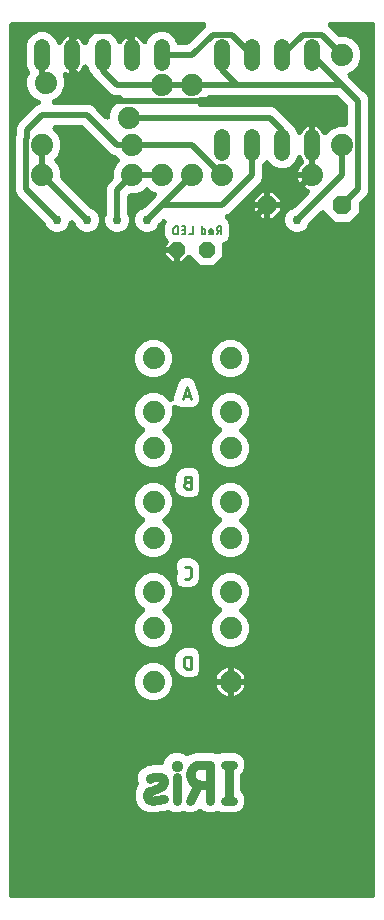
<source format=gbr>
G04 EAGLE Gerber X2 export*
%TF.Part,Single*%
%TF.FileFunction,Copper,L2,Bot,Mixed*%
%TF.FilePolarity,Positive*%
%TF.GenerationSoftware,Autodesk,EAGLE,8.7.0*%
%TF.CreationDate,2018-05-28T14:24:44Z*%
G75*
%MOMM*%
%FSLAX34Y34*%
%LPD*%
%AMOC8*
5,1,8,0,0,1.08239X$1,22.5*%
G01*
%ADD10C,0.762000*%
%ADD11C,0.152400*%
%ADD12C,0.254000*%
%ADD13C,1.320800*%
%ADD14C,1.879600*%
%ADD15P,1.429621X8X202.500000*%
%ADD16P,1.732040X8X22.500000*%
%ADD17C,0.508000*%
%ADD18C,0.756400*%

G36*
X304835Y-2536D02*
X304835Y-2536D01*
X304869Y-2538D01*
X305058Y-2516D01*
X305249Y-2499D01*
X305282Y-2490D01*
X305316Y-2486D01*
X305499Y-2431D01*
X305683Y-2381D01*
X305714Y-2366D01*
X305747Y-2356D01*
X305918Y-2269D01*
X306090Y-2187D01*
X306118Y-2167D01*
X306149Y-2152D01*
X306301Y-2036D01*
X306456Y-1925D01*
X306480Y-1900D01*
X306507Y-1880D01*
X306636Y-1740D01*
X306770Y-1603D01*
X306789Y-1574D01*
X306813Y-1548D01*
X306915Y-1387D01*
X307022Y-1230D01*
X307036Y-1198D01*
X307054Y-1169D01*
X307127Y-992D01*
X307204Y-818D01*
X307212Y-784D01*
X307225Y-752D01*
X307265Y-565D01*
X307311Y-380D01*
X307313Y-346D01*
X307320Y-312D01*
X307339Y0D01*
X307339Y736600D01*
X307336Y736635D01*
X307338Y736669D01*
X307316Y736858D01*
X307299Y737049D01*
X307290Y737082D01*
X307286Y737116D01*
X307231Y737299D01*
X307181Y737483D01*
X307166Y737514D01*
X307156Y737547D01*
X307069Y737718D01*
X306987Y737890D01*
X306967Y737918D01*
X306952Y737949D01*
X306836Y738101D01*
X306725Y738256D01*
X306700Y738280D01*
X306680Y738307D01*
X306540Y738436D01*
X306403Y738570D01*
X306374Y738589D01*
X306348Y738613D01*
X306187Y738715D01*
X306030Y738822D01*
X305998Y738836D01*
X305969Y738854D01*
X305792Y738927D01*
X305618Y739004D01*
X305584Y739012D01*
X305552Y739025D01*
X305365Y739065D01*
X305180Y739111D01*
X305146Y739113D01*
X305112Y739120D01*
X304800Y739139D01*
X269805Y739139D01*
X269676Y739128D01*
X269546Y739126D01*
X269452Y739108D01*
X269357Y739099D01*
X269231Y739065D01*
X269104Y739040D01*
X269014Y739006D01*
X268922Y738981D01*
X268805Y738925D01*
X268684Y738878D01*
X268602Y738828D01*
X268516Y738787D01*
X268410Y738712D01*
X268299Y738644D01*
X268227Y738581D01*
X268150Y738525D01*
X268059Y738432D01*
X267962Y738346D01*
X267902Y738271D01*
X267836Y738203D01*
X267763Y738095D01*
X267682Y737993D01*
X267637Y737909D01*
X267584Y737830D01*
X267531Y737711D01*
X267469Y737596D01*
X267440Y737505D01*
X267401Y737418D01*
X267370Y737291D01*
X267330Y737168D01*
X267317Y737073D01*
X267295Y736980D01*
X267287Y736851D01*
X267269Y736722D01*
X267273Y736626D01*
X267267Y736531D01*
X267282Y736402D01*
X267287Y736272D01*
X267308Y736179D01*
X267319Y736084D01*
X267357Y735959D01*
X267385Y735832D01*
X267422Y735744D01*
X267449Y735653D01*
X267508Y735537D01*
X267558Y735417D01*
X267610Y735336D01*
X267654Y735251D01*
X267732Y735148D01*
X267803Y735039D01*
X267889Y734941D01*
X267926Y734893D01*
X267959Y734862D01*
X268010Y734804D01*
X269807Y733007D01*
X275376Y727438D01*
X275502Y727333D01*
X275623Y727221D01*
X275674Y727189D01*
X275721Y727150D01*
X275864Y727068D01*
X276003Y726980D01*
X276059Y726956D01*
X276112Y726926D01*
X276267Y726871D01*
X276419Y726809D01*
X276479Y726796D01*
X276536Y726775D01*
X276698Y726749D01*
X276859Y726714D01*
X276937Y726709D01*
X276981Y726702D01*
X277041Y726703D01*
X277171Y726695D01*
X282482Y726695D01*
X288177Y724336D01*
X292536Y719977D01*
X294895Y714282D01*
X294895Y708118D01*
X292536Y702423D01*
X288177Y698064D01*
X285446Y696933D01*
X285373Y696895D01*
X285296Y696865D01*
X285174Y696791D01*
X285047Y696725D01*
X284982Y696674D01*
X284912Y696631D01*
X284805Y696537D01*
X284691Y696449D01*
X284636Y696388D01*
X284574Y696333D01*
X284485Y696221D01*
X284390Y696115D01*
X284346Y696045D01*
X284295Y695980D01*
X284227Y695854D01*
X284152Y695732D01*
X284121Y695656D01*
X284082Y695583D01*
X284038Y695447D01*
X283985Y695314D01*
X283969Y695233D01*
X283943Y695155D01*
X283924Y695013D01*
X283895Y694873D01*
X283893Y694791D01*
X283882Y694709D01*
X283888Y694566D01*
X283884Y694423D01*
X283897Y694341D01*
X283900Y694259D01*
X283931Y694119D01*
X283953Y693978D01*
X283980Y693900D01*
X283998Y693819D01*
X284053Y693687D01*
X284099Y693552D01*
X284140Y693480D01*
X284171Y693404D01*
X284249Y693284D01*
X284319Y693159D01*
X284371Y693095D01*
X284416Y693026D01*
X284579Y692841D01*
X284604Y692810D01*
X284612Y692803D01*
X284623Y692792D01*
X287079Y690336D01*
X287079Y690335D01*
X297397Y680017D01*
X300184Y677230D01*
X301499Y674056D01*
X301499Y595944D01*
X300184Y592770D01*
X297397Y589983D01*
X294241Y586827D01*
X294136Y586701D01*
X294024Y586580D01*
X293992Y586529D01*
X293953Y586482D01*
X293871Y586339D01*
X293783Y586200D01*
X293759Y586144D01*
X293729Y586091D01*
X293674Y585936D01*
X293612Y585784D01*
X293599Y585724D01*
X293578Y585667D01*
X293552Y585504D01*
X293517Y585344D01*
X293512Y585267D01*
X293505Y585222D01*
X293506Y585161D01*
X293498Y585032D01*
X293498Y578361D01*
X285239Y570102D01*
X273561Y570102D01*
X264634Y579029D01*
X264607Y579051D01*
X264585Y579077D01*
X264436Y579195D01*
X264289Y579318D01*
X264258Y579335D01*
X264231Y579356D01*
X264064Y579446D01*
X263898Y579541D01*
X263865Y579553D01*
X263835Y579569D01*
X263653Y579628D01*
X263473Y579692D01*
X263439Y579698D01*
X263406Y579708D01*
X263217Y579734D01*
X263029Y579765D01*
X262995Y579765D01*
X262960Y579770D01*
X262769Y579762D01*
X262579Y579759D01*
X262545Y579753D01*
X262510Y579751D01*
X262324Y579710D01*
X262137Y579674D01*
X262105Y579661D01*
X262071Y579654D01*
X261895Y579580D01*
X261717Y579511D01*
X261687Y579493D01*
X261655Y579480D01*
X261495Y579376D01*
X261332Y579277D01*
X261306Y579255D01*
X261277Y579236D01*
X261043Y579029D01*
X251274Y569260D01*
X251199Y569170D01*
X251117Y569087D01*
X251055Y568998D01*
X250985Y568914D01*
X250927Y568813D01*
X250861Y568717D01*
X250793Y568578D01*
X250762Y568523D01*
X250750Y568489D01*
X250723Y568436D01*
X249675Y565904D01*
X246896Y563125D01*
X243265Y561621D01*
X239335Y561621D01*
X235704Y563125D01*
X232925Y565904D01*
X231421Y569535D01*
X231421Y573465D01*
X232925Y577096D01*
X235704Y579875D01*
X238236Y580923D01*
X238339Y580978D01*
X238447Y581023D01*
X238539Y581082D01*
X238635Y581132D01*
X238727Y581204D01*
X238826Y581267D01*
X238941Y581369D01*
X238991Y581408D01*
X239015Y581435D01*
X239060Y581474D01*
X251548Y593962D01*
X251664Y594101D01*
X251786Y594237D01*
X251808Y594274D01*
X251836Y594307D01*
X251927Y594465D01*
X252022Y594620D01*
X252038Y594660D01*
X252060Y594698D01*
X252121Y594870D01*
X252187Y595039D01*
X252196Y595081D01*
X252211Y595122D01*
X252240Y595302D01*
X252276Y595480D01*
X252277Y595523D01*
X252284Y595566D01*
X252282Y595749D01*
X252285Y595930D01*
X252279Y595973D01*
X252278Y596017D01*
X252243Y596196D01*
X252215Y596375D01*
X252201Y596416D01*
X252192Y596459D01*
X252127Y596629D01*
X252067Y596800D01*
X252046Y596838D01*
X252030Y596879D01*
X251936Y597034D01*
X251847Y597193D01*
X251819Y597226D01*
X251796Y597264D01*
X251676Y597400D01*
X251560Y597540D01*
X251527Y597568D01*
X251498Y597601D01*
X251355Y597714D01*
X251217Y597831D01*
X251179Y597853D01*
X251145Y597880D01*
X250984Y597966D01*
X250827Y598057D01*
X250778Y598077D01*
X250748Y598093D01*
X250688Y598112D01*
X250537Y598172D01*
X249417Y598536D01*
X247743Y599389D01*
X246222Y600494D01*
X244894Y601822D01*
X243789Y603343D01*
X242936Y605017D01*
X242355Y606804D01*
X242315Y607061D01*
X254000Y607061D01*
X254034Y607064D01*
X254069Y607062D01*
X254258Y607084D01*
X254448Y607100D01*
X254482Y607110D01*
X254516Y607114D01*
X254699Y607169D01*
X254883Y607219D01*
X254914Y607234D01*
X254947Y607244D01*
X255118Y607331D01*
X255289Y607412D01*
X255317Y607433D01*
X255348Y607448D01*
X255500Y607563D01*
X255655Y607675D01*
X255679Y607699D01*
X255707Y607720D01*
X255707Y607721D01*
X255836Y607860D01*
X255969Y607997D01*
X255970Y607998D01*
X255989Y608026D01*
X256013Y608052D01*
X256115Y608213D01*
X256222Y608371D01*
X256236Y608402D01*
X256254Y608432D01*
X256327Y608608D01*
X256404Y608783D01*
X256412Y608816D01*
X256425Y608848D01*
X256466Y609035D01*
X256511Y609220D01*
X256513Y609254D01*
X256520Y609288D01*
X256539Y609600D01*
X256539Y635000D01*
X256539Y650394D01*
X257510Y650079D01*
X258793Y649425D01*
X259957Y648579D01*
X260975Y647561D01*
X261821Y646397D01*
X262519Y645028D01*
X262523Y645019D01*
X262588Y644849D01*
X262611Y644812D01*
X262628Y644772D01*
X262728Y644620D01*
X262822Y644464D01*
X262851Y644432D01*
X262875Y644395D01*
X263000Y644263D01*
X263121Y644127D01*
X263154Y644100D01*
X263184Y644068D01*
X263331Y643960D01*
X263474Y643847D01*
X263512Y643827D01*
X263547Y643801D01*
X263710Y643721D01*
X263870Y643635D01*
X263912Y643621D01*
X263951Y643602D01*
X264126Y643552D01*
X264299Y643496D01*
X264342Y643490D01*
X264383Y643478D01*
X264564Y643459D01*
X264745Y643434D01*
X264788Y643436D01*
X264831Y643431D01*
X265012Y643445D01*
X265195Y643452D01*
X265237Y643462D01*
X265280Y643465D01*
X265457Y643511D01*
X265634Y643550D01*
X265674Y643567D01*
X265716Y643578D01*
X265881Y643653D01*
X266050Y643724D01*
X266086Y643747D01*
X266125Y643765D01*
X266275Y643869D01*
X266428Y643968D01*
X266468Y644003D01*
X266495Y644022D01*
X266540Y644067D01*
X266662Y644175D01*
X270623Y648136D01*
X276318Y650495D01*
X281686Y650495D01*
X281721Y650498D01*
X281755Y650496D01*
X281944Y650518D01*
X282135Y650535D01*
X282168Y650544D01*
X282202Y650548D01*
X282385Y650603D01*
X282569Y650653D01*
X282600Y650668D01*
X282633Y650678D01*
X282804Y650765D01*
X282976Y650847D01*
X283004Y650867D01*
X283035Y650882D01*
X283187Y650998D01*
X283342Y651109D01*
X283366Y651134D01*
X283393Y651154D01*
X283522Y651294D01*
X283656Y651431D01*
X283675Y651460D01*
X283699Y651486D01*
X283801Y651647D01*
X283908Y651804D01*
X283922Y651836D01*
X283940Y651865D01*
X284013Y652042D01*
X284090Y652216D01*
X284098Y652250D01*
X284111Y652282D01*
X284151Y652469D01*
X284197Y652654D01*
X284199Y652688D01*
X284206Y652722D01*
X284225Y653034D01*
X284225Y667709D01*
X284211Y667872D01*
X284204Y668037D01*
X284191Y668096D01*
X284185Y668157D01*
X284142Y668316D01*
X284106Y668476D01*
X284083Y668533D01*
X284067Y668592D01*
X283996Y668740D01*
X283933Y668892D01*
X283900Y668943D01*
X283873Y668998D01*
X283778Y669132D01*
X283688Y669270D01*
X283637Y669328D01*
X283611Y669364D01*
X283568Y669407D01*
X283482Y669504D01*
X276566Y676420D01*
X276440Y676525D01*
X276319Y676637D01*
X276268Y676669D01*
X276221Y676708D01*
X276078Y676790D01*
X275939Y676878D01*
X275883Y676902D01*
X275830Y676932D01*
X275675Y676987D01*
X275523Y677049D01*
X275463Y677062D01*
X275406Y677083D01*
X275243Y677109D01*
X275083Y677144D01*
X275006Y677149D01*
X274961Y677156D01*
X274900Y677155D01*
X274771Y677163D01*
X166728Y677163D01*
X166564Y677149D01*
X166400Y677142D01*
X166340Y677129D01*
X166279Y677123D01*
X166121Y677080D01*
X165960Y677044D01*
X165904Y677021D01*
X165845Y677005D01*
X165697Y676934D01*
X165545Y676871D01*
X165493Y676838D01*
X165438Y676811D01*
X165305Y676716D01*
X165167Y676626D01*
X165109Y676575D01*
X165072Y676549D01*
X165030Y676506D01*
X164932Y676420D01*
X161177Y672664D01*
X158934Y671735D01*
X158776Y671653D01*
X158616Y671577D01*
X158577Y671549D01*
X158535Y671527D01*
X158394Y671418D01*
X158250Y671314D01*
X158217Y671280D01*
X158179Y671251D01*
X158060Y671119D01*
X157936Y670992D01*
X157909Y670952D01*
X157877Y670917D01*
X157783Y670766D01*
X157684Y670619D01*
X157665Y670575D01*
X157639Y670534D01*
X157574Y670370D01*
X157502Y670207D01*
X157490Y670160D01*
X157473Y670116D01*
X157437Y669942D01*
X157395Y669769D01*
X157392Y669722D01*
X157383Y669675D01*
X157378Y669497D01*
X157367Y669320D01*
X157373Y669273D01*
X157372Y669225D01*
X157399Y669049D01*
X157419Y668873D01*
X157433Y668827D01*
X157441Y668780D01*
X157498Y668612D01*
X157550Y668442D01*
X157571Y668399D01*
X157587Y668354D01*
X157673Y668199D01*
X157754Y668041D01*
X157783Y668002D01*
X157806Y667961D01*
X157919Y667823D01*
X158026Y667682D01*
X158061Y667649D01*
X158092Y667612D01*
X158227Y667497D01*
X158357Y667377D01*
X158398Y667351D01*
X158434Y667320D01*
X158587Y667230D01*
X158737Y667135D01*
X158781Y667117D01*
X158823Y667092D01*
X158989Y667031D01*
X159154Y666964D01*
X159200Y666954D01*
X159245Y666937D01*
X159420Y666907D01*
X159594Y666869D01*
X159653Y666865D01*
X159689Y666859D01*
X159752Y666859D01*
X159906Y666850D01*
X219805Y666850D01*
X222979Y665535D01*
X235922Y652592D01*
X235975Y652464D01*
X236029Y652360D01*
X236074Y652252D01*
X236133Y652161D01*
X236184Y652065D01*
X236255Y651972D01*
X236319Y651874D01*
X236420Y651759D01*
X236459Y651709D01*
X236486Y651684D01*
X236526Y651640D01*
X239367Y648798D01*
X240862Y645189D01*
X240876Y645162D01*
X240886Y645133D01*
X240981Y644962D01*
X241071Y644790D01*
X241089Y644766D01*
X241104Y644739D01*
X241227Y644587D01*
X241347Y644434D01*
X241369Y644413D01*
X241388Y644390D01*
X241537Y644262D01*
X241681Y644132D01*
X241707Y644116D01*
X241730Y644096D01*
X241898Y643997D01*
X242063Y643894D01*
X242091Y643883D01*
X242118Y643867D01*
X242300Y643800D01*
X242481Y643727D01*
X242511Y643721D01*
X242540Y643711D01*
X242731Y643676D01*
X242923Y643637D01*
X242953Y643636D01*
X242983Y643631D01*
X243177Y643631D01*
X243373Y643626D01*
X243403Y643631D01*
X243433Y643631D01*
X243624Y643665D01*
X243818Y643695D01*
X243847Y643705D01*
X243876Y643711D01*
X244059Y643778D01*
X244244Y643842D01*
X244270Y643856D01*
X244299Y643867D01*
X244467Y643966D01*
X244637Y644061D01*
X244660Y644080D01*
X244686Y644096D01*
X244834Y644223D01*
X244985Y644346D01*
X245005Y644369D01*
X245028Y644389D01*
X245151Y644540D01*
X245278Y644689D01*
X245293Y644715D01*
X245312Y644738D01*
X245471Y645008D01*
X246179Y646397D01*
X247025Y647561D01*
X248043Y648579D01*
X249207Y649425D01*
X250490Y650079D01*
X251461Y650394D01*
X251461Y635000D01*
X251461Y612139D01*
X242315Y612139D01*
X242355Y612396D01*
X242936Y614183D01*
X243789Y615857D01*
X244894Y617378D01*
X246223Y618706D01*
X246468Y618885D01*
X246494Y618908D01*
X246523Y618926D01*
X246664Y619055D01*
X246807Y619181D01*
X246829Y619208D01*
X246855Y619231D01*
X246970Y619383D01*
X247089Y619532D01*
X247106Y619562D01*
X247127Y619590D01*
X247213Y619760D01*
X247305Y619927D01*
X247315Y619960D01*
X247331Y619991D01*
X247386Y620173D01*
X247447Y620355D01*
X247452Y620389D01*
X247462Y620422D01*
X247484Y620611D01*
X247511Y620800D01*
X247510Y620835D01*
X247514Y620869D01*
X247502Y621060D01*
X247496Y621250D01*
X247488Y621284D01*
X247486Y621319D01*
X247441Y621504D01*
X247401Y621691D01*
X247388Y621723D01*
X247380Y621756D01*
X247303Y621931D01*
X247230Y622107D01*
X247212Y622136D01*
X247198Y622168D01*
X247030Y622432D01*
X246179Y623603D01*
X245471Y624992D01*
X245455Y625018D01*
X245443Y625046D01*
X245335Y625209D01*
X245232Y625374D01*
X245211Y625396D01*
X245194Y625422D01*
X245060Y625563D01*
X244929Y625707D01*
X244905Y625726D01*
X244884Y625748D01*
X244727Y625863D01*
X244572Y625982D01*
X244545Y625996D01*
X244520Y626014D01*
X244346Y626099D01*
X244172Y626189D01*
X244143Y626198D01*
X244116Y626211D01*
X243929Y626264D01*
X243742Y626322D01*
X243712Y626326D01*
X243683Y626334D01*
X243489Y626354D01*
X243295Y626377D01*
X243265Y626376D01*
X243235Y626379D01*
X243040Y626363D01*
X242846Y626353D01*
X242816Y626346D01*
X242786Y626344D01*
X242597Y626294D01*
X242407Y626249D01*
X242380Y626237D01*
X242350Y626230D01*
X242174Y626148D01*
X241994Y626070D01*
X241969Y626053D01*
X241942Y626040D01*
X241782Y625928D01*
X241620Y625820D01*
X241598Y625799D01*
X241573Y625782D01*
X241435Y625644D01*
X241295Y625509D01*
X241277Y625484D01*
X241255Y625463D01*
X241145Y625302D01*
X241030Y625145D01*
X241017Y625117D01*
X240999Y625092D01*
X240862Y624811D01*
X239367Y621202D01*
X235794Y617629D01*
X231126Y615695D01*
X226074Y615695D01*
X221406Y617629D01*
X217696Y621339D01*
X217669Y621361D01*
X217646Y621387D01*
X217497Y621505D01*
X217350Y621628D01*
X217320Y621645D01*
X217293Y621667D01*
X217125Y621757D01*
X216959Y621851D01*
X216927Y621863D01*
X216896Y621879D01*
X216715Y621938D01*
X216535Y622002D01*
X216501Y622008D01*
X216468Y622018D01*
X216279Y622044D01*
X216091Y622076D01*
X216056Y622075D01*
X216022Y622080D01*
X215831Y622072D01*
X215640Y622069D01*
X215606Y622063D01*
X215572Y622061D01*
X215386Y622020D01*
X215198Y621984D01*
X215166Y621971D01*
X215132Y621964D01*
X214957Y621890D01*
X214778Y621822D01*
X214749Y621803D01*
X214717Y621790D01*
X214557Y621687D01*
X214394Y621588D01*
X214368Y621565D01*
X214339Y621546D01*
X214104Y621339D01*
X212580Y619815D01*
X212475Y619689D01*
X212363Y619568D01*
X212331Y619516D01*
X212292Y619470D01*
X212210Y619327D01*
X212122Y619188D01*
X212098Y619132D01*
X212068Y619079D01*
X212013Y618923D01*
X211951Y618771D01*
X211938Y618712D01*
X211917Y618654D01*
X211891Y618492D01*
X211856Y618331D01*
X211851Y618254D01*
X211844Y618210D01*
X211845Y618149D01*
X211837Y618019D01*
X211837Y607882D01*
X210522Y604708D01*
X182692Y576878D01*
X181489Y576380D01*
X181416Y576342D01*
X181339Y576312D01*
X181217Y576238D01*
X181090Y576171D01*
X181025Y576121D01*
X180955Y576078D01*
X180847Y575983D01*
X180734Y575896D01*
X180679Y575834D01*
X180617Y575780D01*
X180528Y575668D01*
X180432Y575561D01*
X180389Y575491D01*
X180338Y575427D01*
X180270Y575300D01*
X180195Y575179D01*
X180164Y575103D01*
X180125Y575030D01*
X180081Y574894D01*
X180028Y574761D01*
X180011Y574680D01*
X179986Y574602D01*
X179966Y574460D01*
X179938Y574320D01*
X179936Y574237D01*
X179925Y574156D01*
X179930Y574013D01*
X179927Y573869D01*
X179940Y573788D01*
X179943Y573706D01*
X179974Y573566D01*
X179996Y573424D01*
X180023Y573346D01*
X180041Y573266D01*
X180096Y573134D01*
X180142Y572999D01*
X180182Y572927D01*
X180214Y572851D01*
X180292Y572730D01*
X180362Y572605D01*
X180414Y572542D01*
X180458Y572472D01*
X180622Y572288D01*
X180647Y572257D01*
X180655Y572250D01*
X180665Y572238D01*
X182853Y570051D01*
X183897Y567530D01*
X183897Y558198D01*
X182853Y555677D01*
X180923Y553747D01*
X179368Y553103D01*
X179180Y553005D01*
X178991Y552909D01*
X178981Y552901D01*
X178969Y552895D01*
X178800Y552764D01*
X178633Y552637D01*
X178624Y552627D01*
X178613Y552619D01*
X178471Y552462D01*
X178327Y552306D01*
X178320Y552295D01*
X178312Y552285D01*
X178200Y552106D01*
X178086Y551926D01*
X178081Y551914D01*
X178074Y551903D01*
X177995Y551705D01*
X177915Y551510D01*
X177912Y551497D01*
X177907Y551484D01*
X177864Y551276D01*
X177820Y551069D01*
X177819Y551054D01*
X177817Y551043D01*
X177816Y551004D01*
X177801Y550757D01*
X177801Y540839D01*
X170361Y533399D01*
X159839Y533399D01*
X151681Y541557D01*
X151654Y541580D01*
X151632Y541606D01*
X151483Y541723D01*
X151336Y541846D01*
X151305Y541864D01*
X151278Y541885D01*
X151111Y541975D01*
X150945Y542070D01*
X150912Y542081D01*
X150882Y542098D01*
X150700Y542157D01*
X150520Y542220D01*
X150486Y542226D01*
X150453Y542237D01*
X150264Y542263D01*
X150076Y542294D01*
X150042Y542293D01*
X150007Y542298D01*
X149816Y542290D01*
X149626Y542288D01*
X149592Y542281D01*
X149557Y542280D01*
X149371Y542239D01*
X149184Y542202D01*
X149152Y542190D01*
X149118Y542182D01*
X148942Y542109D01*
X148764Y542040D01*
X148734Y542022D01*
X148702Y542009D01*
X148542Y541905D01*
X148379Y541806D01*
X148353Y541783D01*
X148324Y541764D01*
X148090Y541557D01*
X143488Y536955D01*
X142239Y536955D01*
X142239Y546100D01*
X142236Y546134D01*
X142238Y546169D01*
X142216Y546358D01*
X142199Y546548D01*
X142190Y546582D01*
X142186Y546616D01*
X142131Y546799D01*
X142081Y546983D01*
X142066Y547014D01*
X142056Y547047D01*
X141969Y547218D01*
X141888Y547389D01*
X141867Y547417D01*
X141852Y547448D01*
X141736Y547600D01*
X141625Y547755D01*
X141625Y547756D01*
X141601Y547780D01*
X141580Y547807D01*
X141579Y547807D01*
X141439Y547937D01*
X141302Y548070D01*
X141274Y548089D01*
X141248Y548113D01*
X141087Y548215D01*
X140929Y548322D01*
X140898Y548336D01*
X140868Y548354D01*
X140692Y548427D01*
X140517Y548504D01*
X140484Y548512D01*
X140452Y548525D01*
X140265Y548566D01*
X140080Y548611D01*
X140046Y548613D01*
X140012Y548620D01*
X139700Y548639D01*
X130555Y548639D01*
X130555Y549888D01*
X131953Y551285D01*
X132043Y551394D01*
X132141Y551496D01*
X132188Y551566D01*
X132242Y551631D01*
X132312Y551754D01*
X132390Y551871D01*
X132423Y551949D01*
X132465Y552022D01*
X132512Y552155D01*
X132568Y552285D01*
X132588Y552367D01*
X132616Y552446D01*
X132639Y552585D01*
X132671Y552723D01*
X132676Y552807D01*
X132689Y552890D01*
X132687Y553031D01*
X132695Y553173D01*
X132684Y553256D01*
X132683Y553340D01*
X132656Y553479D01*
X132639Y553620D01*
X132614Y553700D01*
X132598Y553782D01*
X132547Y553914D01*
X132504Y554049D01*
X132466Y554124D01*
X132435Y554202D01*
X132362Y554323D01*
X132296Y554449D01*
X132245Y554515D01*
X132201Y554587D01*
X132108Y554693D01*
X132021Y554805D01*
X131959Y554861D01*
X131944Y554878D01*
X129526Y559067D01*
X129526Y562462D01*
X129526Y566661D01*
X130606Y568532D01*
X130656Y568640D01*
X130715Y568742D01*
X130750Y568843D01*
X130796Y568940D01*
X130826Y569055D01*
X130865Y569167D01*
X130883Y569272D01*
X130910Y569376D01*
X130920Y569494D01*
X130939Y569611D01*
X130937Y569718D01*
X130946Y569825D01*
X130934Y569943D01*
X130933Y570061D01*
X130912Y570166D01*
X130902Y570273D01*
X130870Y570387D01*
X130847Y570503D01*
X130809Y570603D01*
X130780Y570706D01*
X130728Y570813D01*
X130685Y570923D01*
X130629Y571015D01*
X130583Y571111D01*
X130513Y571207D01*
X130451Y571308D01*
X130380Y571388D01*
X130317Y571475D01*
X130231Y571556D01*
X130153Y571645D01*
X130069Y571712D01*
X129992Y571786D01*
X129893Y571851D01*
X129800Y571925D01*
X129705Y571975D01*
X129616Y572034D01*
X129507Y572081D01*
X129403Y572137D01*
X129301Y572170D01*
X129203Y572213D01*
X129087Y572240D01*
X128975Y572277D01*
X128869Y572291D01*
X128764Y572316D01*
X128646Y572322D01*
X128529Y572338D01*
X128422Y572334D01*
X128315Y572339D01*
X128197Y572324D01*
X128079Y572320D01*
X127974Y572296D01*
X127868Y572283D01*
X127755Y572248D01*
X127639Y572222D01*
X127541Y572181D01*
X127438Y572149D01*
X127333Y572094D01*
X127224Y572048D01*
X127134Y571990D01*
X127039Y571941D01*
X126945Y571868D01*
X126845Y571804D01*
X126732Y571704D01*
X126683Y571666D01*
X126657Y571638D01*
X126611Y571597D01*
X124274Y569260D01*
X124199Y569170D01*
X124117Y569087D01*
X124055Y568998D01*
X123985Y568914D01*
X123927Y568813D01*
X123861Y568717D01*
X123793Y568578D01*
X123762Y568523D01*
X123750Y568489D01*
X123723Y568436D01*
X122675Y565904D01*
X119896Y563125D01*
X116265Y561621D01*
X112335Y561621D01*
X108704Y563125D01*
X105925Y565904D01*
X104421Y569535D01*
X104421Y573465D01*
X105925Y577096D01*
X108704Y579875D01*
X111236Y580923D01*
X111339Y580978D01*
X111447Y581023D01*
X111539Y581082D01*
X111635Y581132D01*
X111727Y581204D01*
X111826Y581267D01*
X111941Y581369D01*
X111991Y581408D01*
X112015Y581435D01*
X112060Y581474D01*
X121777Y591192D01*
X121830Y591255D01*
X121890Y591312D01*
X121975Y591427D01*
X122066Y591537D01*
X122107Y591608D01*
X122156Y591675D01*
X122219Y591804D01*
X122290Y591928D01*
X122317Y592006D01*
X122353Y592080D01*
X122393Y592217D01*
X122441Y592352D01*
X122454Y592434D01*
X122476Y592513D01*
X122491Y592655D01*
X122514Y592796D01*
X122513Y592879D01*
X122521Y592961D01*
X122510Y593104D01*
X122508Y593247D01*
X122492Y593328D01*
X122486Y593410D01*
X122450Y593548D01*
X122422Y593689D01*
X122393Y593766D01*
X122372Y593845D01*
X122312Y593975D01*
X122260Y594109D01*
X122217Y594179D01*
X122183Y594254D01*
X122101Y594371D01*
X122026Y594493D01*
X121972Y594555D01*
X121924Y594623D01*
X121823Y594724D01*
X121728Y594831D01*
X121663Y594882D01*
X121605Y594940D01*
X121487Y595022D01*
X121375Y595110D01*
X121302Y595149D01*
X121234Y595196D01*
X121013Y595304D01*
X120978Y595323D01*
X120968Y595326D01*
X120954Y595333D01*
X118223Y596464D01*
X116096Y598592D01*
X116069Y598614D01*
X116046Y598640D01*
X115897Y598758D01*
X115750Y598880D01*
X115720Y598898D01*
X115693Y598919D01*
X115525Y599009D01*
X115359Y599104D01*
X115327Y599115D01*
X115296Y599132D01*
X115115Y599191D01*
X114935Y599255D01*
X114901Y599260D01*
X114868Y599271D01*
X114679Y599297D01*
X114491Y599328D01*
X114456Y599328D01*
X114422Y599332D01*
X114231Y599325D01*
X114041Y599322D01*
X114006Y599315D01*
X113972Y599314D01*
X113786Y599273D01*
X113598Y599236D01*
X113566Y599224D01*
X113532Y599216D01*
X113356Y599143D01*
X113178Y599074D01*
X113149Y599056D01*
X113117Y599043D01*
X112956Y598939D01*
X112794Y598840D01*
X112768Y598817D01*
X112739Y598799D01*
X112504Y598592D01*
X110377Y596464D01*
X104682Y594105D01*
X100076Y594105D01*
X100041Y594102D01*
X100007Y594104D01*
X99818Y594082D01*
X99627Y594065D01*
X99594Y594056D01*
X99560Y594052D01*
X99377Y593997D01*
X99193Y593947D01*
X99162Y593932D01*
X99129Y593922D01*
X98958Y593835D01*
X98786Y593753D01*
X98758Y593733D01*
X98727Y593718D01*
X98575Y593602D01*
X98420Y593491D01*
X98396Y593466D01*
X98369Y593446D01*
X98240Y593306D01*
X98106Y593169D01*
X98087Y593140D01*
X98063Y593114D01*
X97961Y592953D01*
X97854Y592796D01*
X97840Y592764D01*
X97822Y592735D01*
X97749Y592558D01*
X97672Y592384D01*
X97664Y592350D01*
X97651Y592318D01*
X97611Y592131D01*
X97565Y591946D01*
X97563Y591912D01*
X97556Y591878D01*
X97537Y591566D01*
X97537Y576969D01*
X97547Y576852D01*
X97547Y576735D01*
X97567Y576629D01*
X97577Y576520D01*
X97607Y576407D01*
X97628Y576292D01*
X97679Y576146D01*
X97695Y576086D01*
X97711Y576053D01*
X97730Y575997D01*
X98779Y573465D01*
X98779Y569535D01*
X97275Y565904D01*
X94496Y563125D01*
X90865Y561621D01*
X86935Y561621D01*
X83304Y563125D01*
X80525Y565904D01*
X79021Y569535D01*
X79021Y573465D01*
X80070Y575997D01*
X80105Y576108D01*
X80149Y576216D01*
X80172Y576323D01*
X80205Y576426D01*
X80219Y576542D01*
X80244Y576657D01*
X80254Y576810D01*
X80261Y576873D01*
X80260Y576909D01*
X80263Y576969D01*
X80263Y598618D01*
X81578Y601792D01*
X84365Y604579D01*
X85362Y605576D01*
X85467Y605702D01*
X85579Y605823D01*
X85611Y605874D01*
X85650Y605921D01*
X85732Y606064D01*
X85820Y606203D01*
X85844Y606259D01*
X85874Y606312D01*
X85929Y606467D01*
X85991Y606619D01*
X86004Y606679D01*
X86025Y606736D01*
X86051Y606898D01*
X86086Y607059D01*
X86091Y607137D01*
X86098Y607180D01*
X86097Y607241D01*
X86105Y607371D01*
X86105Y612682D01*
X88464Y618377D01*
X90592Y620504D01*
X90614Y620531D01*
X90640Y620554D01*
X90758Y620703D01*
X90881Y620850D01*
X90898Y620880D01*
X90919Y620907D01*
X91009Y621075D01*
X91104Y621241D01*
X91115Y621273D01*
X91132Y621304D01*
X91191Y621485D01*
X91255Y621665D01*
X91260Y621699D01*
X91271Y621732D01*
X91297Y621921D01*
X91328Y622109D01*
X91328Y622144D01*
X91332Y622178D01*
X91325Y622369D01*
X91322Y622560D01*
X91315Y622594D01*
X91314Y622628D01*
X91273Y622814D01*
X91236Y623002D01*
X91224Y623034D01*
X91216Y623068D01*
X91143Y623243D01*
X91074Y623422D01*
X91056Y623451D01*
X91043Y623483D01*
X90939Y623643D01*
X90840Y623806D01*
X90817Y623832D01*
X90799Y623861D01*
X90592Y624096D01*
X89068Y625620D01*
X88942Y625725D01*
X88820Y625837D01*
X88769Y625869D01*
X88722Y625908D01*
X88580Y625990D01*
X88441Y626078D01*
X88384Y626102D01*
X88331Y626132D01*
X88176Y626187D01*
X88024Y626249D01*
X87964Y626262D01*
X87907Y626283D01*
X87745Y626309D01*
X87584Y626344D01*
X87507Y626349D01*
X87463Y626356D01*
X87402Y626355D01*
X87272Y626363D01*
X87182Y626363D01*
X84008Y627678D01*
X60666Y651020D01*
X60540Y651125D01*
X60419Y651237D01*
X60368Y651269D01*
X60321Y651308D01*
X60178Y651390D01*
X60039Y651478D01*
X59983Y651502D01*
X59930Y651532D01*
X59775Y651587D01*
X59623Y651649D01*
X59563Y651662D01*
X59506Y651683D01*
X59343Y651709D01*
X59183Y651744D01*
X59106Y651749D01*
X59061Y651756D01*
X59000Y651755D01*
X58871Y651763D01*
X36680Y651763D01*
X36550Y651752D01*
X36420Y651750D01*
X36327Y651732D01*
X36231Y651723D01*
X36106Y651689D01*
X35978Y651664D01*
X35889Y651630D01*
X35797Y651605D01*
X35680Y651549D01*
X35558Y651502D01*
X35476Y651452D01*
X35390Y651411D01*
X35285Y651336D01*
X35174Y651268D01*
X35102Y651205D01*
X35024Y651149D01*
X34934Y651056D01*
X34836Y650970D01*
X34777Y650895D01*
X34710Y650827D01*
X34637Y650719D01*
X34557Y650617D01*
X34512Y650533D01*
X34458Y650454D01*
X34406Y650335D01*
X34344Y650220D01*
X34315Y650129D01*
X34276Y650042D01*
X34245Y649915D01*
X34205Y649792D01*
X34192Y649697D01*
X34169Y649604D01*
X34161Y649475D01*
X34144Y649346D01*
X34147Y649250D01*
X34142Y649155D01*
X34157Y649026D01*
X34162Y648896D01*
X34183Y648803D01*
X34194Y648708D01*
X34231Y648583D01*
X34259Y648456D01*
X34296Y648368D01*
X34324Y648277D01*
X34383Y648161D01*
X34433Y648041D01*
X34485Y647961D01*
X34528Y647875D01*
X34607Y647772D01*
X34677Y647663D01*
X34763Y647565D01*
X34800Y647517D01*
X34833Y647486D01*
X34884Y647428D01*
X38536Y643777D01*
X40895Y638082D01*
X40895Y631918D01*
X38536Y626223D01*
X36408Y624096D01*
X36386Y624069D01*
X36360Y624046D01*
X36242Y623897D01*
X36120Y623750D01*
X36102Y623720D01*
X36081Y623693D01*
X35991Y623525D01*
X35896Y623359D01*
X35885Y623327D01*
X35868Y623296D01*
X35809Y623115D01*
X35745Y622935D01*
X35740Y622901D01*
X35729Y622868D01*
X35703Y622679D01*
X35672Y622491D01*
X35672Y622456D01*
X35668Y622422D01*
X35675Y622230D01*
X35678Y622041D01*
X35685Y622006D01*
X35686Y621972D01*
X35727Y621786D01*
X35764Y621598D01*
X35776Y621566D01*
X35784Y621532D01*
X35857Y621356D01*
X35926Y621178D01*
X35944Y621149D01*
X35957Y621117D01*
X36061Y620956D01*
X36160Y620794D01*
X36183Y620768D01*
X36201Y620739D01*
X36408Y620504D01*
X38536Y618377D01*
X40895Y612682D01*
X40895Y607371D01*
X40909Y607208D01*
X40916Y607043D01*
X40929Y606984D01*
X40935Y606923D01*
X40978Y606764D01*
X41014Y606604D01*
X41037Y606547D01*
X41053Y606488D01*
X41124Y606340D01*
X41187Y606188D01*
X41220Y606137D01*
X41247Y606082D01*
X41342Y605948D01*
X41432Y605810D01*
X41483Y605752D01*
X41509Y605716D01*
X41552Y605673D01*
X41638Y605576D01*
X65740Y581474D01*
X65830Y581399D01*
X65913Y581317D01*
X66002Y581255D01*
X66086Y581185D01*
X66187Y581127D01*
X66283Y581061D01*
X66422Y580993D01*
X66477Y580962D01*
X66511Y580950D01*
X66564Y580923D01*
X69096Y579875D01*
X71875Y577096D01*
X73379Y573465D01*
X73379Y569535D01*
X71875Y565904D01*
X69096Y563125D01*
X65465Y561621D01*
X61535Y561621D01*
X57904Y563125D01*
X55125Y565904D01*
X54077Y568436D01*
X54022Y568539D01*
X53977Y568647D01*
X53918Y568739D01*
X53868Y568835D01*
X53796Y568927D01*
X53733Y569026D01*
X53631Y569141D01*
X53592Y569191D01*
X53565Y569215D01*
X53526Y569260D01*
X52210Y570576D01*
X52147Y570628D01*
X52090Y570688D01*
X51974Y570773D01*
X51865Y570865D01*
X51793Y570906D01*
X51727Y570954D01*
X51598Y571017D01*
X51474Y571088D01*
X51396Y571116D01*
X51322Y571152D01*
X51185Y571191D01*
X51050Y571239D01*
X50968Y571252D01*
X50889Y571275D01*
X50747Y571289D01*
X50605Y571312D01*
X50523Y571311D01*
X50441Y571319D01*
X50298Y571308D01*
X50155Y571306D01*
X50074Y571291D01*
X49992Y571284D01*
X49854Y571248D01*
X49713Y571221D01*
X49636Y571191D01*
X49556Y571170D01*
X49427Y571110D01*
X49293Y571058D01*
X49223Y571016D01*
X49148Y570981D01*
X49031Y570899D01*
X48908Y570824D01*
X48846Y570770D01*
X48779Y570723D01*
X48678Y570621D01*
X48571Y570526D01*
X48520Y570462D01*
X48462Y570403D01*
X48380Y570286D01*
X48291Y570173D01*
X48253Y570101D01*
X48206Y570033D01*
X48098Y569811D01*
X48079Y569776D01*
X48075Y569766D01*
X48069Y569752D01*
X46475Y565904D01*
X43696Y563125D01*
X40065Y561621D01*
X36135Y561621D01*
X32504Y563125D01*
X29725Y565904D01*
X28677Y568436D01*
X28622Y568539D01*
X28577Y568647D01*
X28518Y568739D01*
X28468Y568835D01*
X28396Y568927D01*
X28333Y569026D01*
X28231Y569141D01*
X28192Y569191D01*
X28165Y569215D01*
X28126Y569260D01*
X4616Y592770D01*
X3301Y595944D01*
X3301Y642294D01*
X3870Y643667D01*
X3905Y643779D01*
X3949Y643887D01*
X3972Y643993D01*
X4005Y644097D01*
X4019Y644213D01*
X4044Y644327D01*
X4054Y644481D01*
X4061Y644543D01*
X4060Y644580D01*
X4063Y644639D01*
X4063Y649418D01*
X5378Y652592D01*
X20508Y667722D01*
X23022Y668763D01*
X23137Y668824D01*
X23256Y668875D01*
X23336Y668927D01*
X23421Y668972D01*
X23524Y669051D01*
X23632Y669123D01*
X23701Y669189D01*
X23777Y669247D01*
X23864Y669344D01*
X23958Y669434D01*
X24015Y669511D01*
X24078Y669582D01*
X24147Y669692D01*
X24224Y669797D01*
X24266Y669883D01*
X24316Y669964D01*
X24364Y670085D01*
X24422Y670202D01*
X24448Y670293D01*
X24483Y670382D01*
X24509Y670510D01*
X24545Y670635D01*
X24554Y670730D01*
X24573Y670823D01*
X24576Y670953D01*
X24589Y671083D01*
X24582Y671178D01*
X24584Y671274D01*
X24564Y671402D01*
X24554Y671532D01*
X24530Y671624D01*
X24515Y671719D01*
X24473Y671842D01*
X24440Y671967D01*
X24400Y672054D01*
X24369Y672144D01*
X24305Y672258D01*
X24251Y672376D01*
X24196Y672454D01*
X24149Y672538D01*
X24067Y672638D01*
X23992Y672745D01*
X23925Y672812D01*
X23864Y672886D01*
X23765Y672970D01*
X23673Y673062D01*
X23594Y673116D01*
X23522Y673178D01*
X23410Y673244D01*
X23303Y673318D01*
X23186Y673375D01*
X23133Y673406D01*
X23091Y673421D01*
X23022Y673455D01*
X19652Y674851D01*
X15293Y679210D01*
X12934Y684905D01*
X12934Y691069D01*
X14692Y695314D01*
X14742Y695471D01*
X14798Y695626D01*
X14809Y695686D01*
X14827Y695744D01*
X14848Y695907D01*
X14876Y696069D01*
X14876Y696130D01*
X14884Y696191D01*
X14876Y696355D01*
X14875Y696519D01*
X14864Y696579D01*
X14861Y696640D01*
X14824Y696800D01*
X14794Y696962D01*
X14769Y697035D01*
X14759Y697079D01*
X14735Y697135D01*
X14692Y697258D01*
X12699Y702070D01*
X12699Y720330D01*
X14633Y724998D01*
X18206Y728571D01*
X22874Y730505D01*
X27926Y730505D01*
X32594Y728571D01*
X36167Y724998D01*
X37662Y721389D01*
X37676Y721362D01*
X37686Y721333D01*
X37781Y721162D01*
X37871Y720990D01*
X37889Y720966D01*
X37904Y720939D01*
X38027Y720787D01*
X38147Y720634D01*
X38169Y720613D01*
X38188Y720590D01*
X38337Y720462D01*
X38481Y720332D01*
X38507Y720316D01*
X38530Y720296D01*
X38698Y720197D01*
X38863Y720094D01*
X38891Y720083D01*
X38918Y720067D01*
X39100Y720000D01*
X39281Y719927D01*
X39311Y719921D01*
X39340Y719911D01*
X39531Y719876D01*
X39723Y719837D01*
X39753Y719836D01*
X39783Y719831D01*
X39977Y719831D01*
X40173Y719826D01*
X40203Y719831D01*
X40233Y719831D01*
X40424Y719865D01*
X40618Y719895D01*
X40647Y719905D01*
X40676Y719911D01*
X40859Y719978D01*
X41044Y720042D01*
X41070Y720056D01*
X41099Y720067D01*
X41267Y720166D01*
X41437Y720261D01*
X41460Y720280D01*
X41486Y720296D01*
X41634Y720423D01*
X41785Y720546D01*
X41805Y720569D01*
X41828Y720589D01*
X41951Y720740D01*
X42078Y720889D01*
X42093Y720915D01*
X42112Y720938D01*
X42271Y721208D01*
X42979Y722597D01*
X43825Y723761D01*
X44843Y724779D01*
X46007Y725625D01*
X47290Y726279D01*
X48261Y726594D01*
X48261Y711200D01*
X48261Y695806D01*
X47290Y696121D01*
X46503Y696522D01*
X46499Y696524D01*
X46496Y696526D01*
X46289Y696608D01*
X46086Y696690D01*
X46081Y696691D01*
X46077Y696692D01*
X45856Y696738D01*
X45645Y696782D01*
X45640Y696782D01*
X45636Y696783D01*
X45416Y696788D01*
X45195Y696794D01*
X45190Y696793D01*
X45186Y696793D01*
X44972Y696760D01*
X44749Y696727D01*
X44745Y696725D01*
X44741Y696725D01*
X44535Y696654D01*
X44323Y696582D01*
X44319Y696580D01*
X44315Y696578D01*
X44120Y696469D01*
X43929Y696364D01*
X43926Y696361D01*
X43922Y696359D01*
X43751Y696219D01*
X43580Y696080D01*
X43577Y696076D01*
X43574Y696074D01*
X43431Y695907D01*
X43286Y695738D01*
X43284Y695734D01*
X43281Y695731D01*
X43168Y695538D01*
X43057Y695350D01*
X43056Y695346D01*
X43054Y695343D01*
X42976Y695132D01*
X42901Y694928D01*
X42900Y694924D01*
X42899Y694920D01*
X42859Y694698D01*
X42821Y694485D01*
X42821Y694481D01*
X42820Y694476D01*
X42821Y694256D01*
X42821Y694035D01*
X42822Y694030D01*
X42822Y694026D01*
X42861Y693810D01*
X42901Y693592D01*
X42902Y693588D01*
X42903Y693583D01*
X43004Y693288D01*
X43923Y691069D01*
X43923Y684905D01*
X41565Y679210D01*
X37206Y674851D01*
X34963Y673922D01*
X34805Y673839D01*
X34645Y673763D01*
X34606Y673736D01*
X34564Y673713D01*
X34423Y673605D01*
X34279Y673501D01*
X34246Y673467D01*
X34208Y673438D01*
X34089Y673306D01*
X33965Y673179D01*
X33938Y673139D01*
X33906Y673103D01*
X33812Y672953D01*
X33713Y672806D01*
X33693Y672762D01*
X33668Y672721D01*
X33603Y672556D01*
X33531Y672394D01*
X33519Y672347D01*
X33502Y672303D01*
X33466Y672129D01*
X33424Y671956D01*
X33421Y671909D01*
X33411Y671862D01*
X33407Y671684D01*
X33396Y671507D01*
X33402Y671459D01*
X33401Y671412D01*
X33428Y671236D01*
X33448Y671060D01*
X33462Y671014D01*
X33469Y670967D01*
X33527Y670799D01*
X33579Y670629D01*
X33600Y670586D01*
X33616Y670541D01*
X33702Y670386D01*
X33783Y670227D01*
X33812Y670189D01*
X33835Y670148D01*
X33948Y670010D01*
X34055Y669869D01*
X34090Y669836D01*
X34120Y669799D01*
X34256Y669684D01*
X34386Y669563D01*
X34426Y669538D01*
X34463Y669507D01*
X34616Y669417D01*
X34766Y669322D01*
X34810Y669303D01*
X34851Y669279D01*
X35018Y669218D01*
X35182Y669151D01*
X35229Y669141D01*
X35274Y669124D01*
X35449Y669093D01*
X35623Y669056D01*
X35682Y669052D01*
X35717Y669046D01*
X35781Y669046D01*
X35934Y669037D01*
X65218Y669037D01*
X68392Y667722D01*
X71179Y664935D01*
X78742Y657372D01*
X78841Y657289D01*
X78935Y657198D01*
X79014Y657145D01*
X79087Y657084D01*
X79200Y657019D01*
X79308Y656946D01*
X79395Y656908D01*
X79478Y656860D01*
X79601Y656817D01*
X79719Y656764D01*
X79812Y656741D01*
X79902Y656709D01*
X80031Y656688D01*
X80157Y656657D01*
X80252Y656652D01*
X80347Y656636D01*
X80476Y656638D01*
X80606Y656630D01*
X80701Y656641D01*
X80797Y656642D01*
X80924Y656667D01*
X81054Y656682D01*
X81145Y656709D01*
X81239Y656728D01*
X81360Y656774D01*
X81485Y656812D01*
X81570Y656855D01*
X81659Y656890D01*
X81770Y656957D01*
X81886Y657016D01*
X81962Y657074D01*
X82044Y657124D01*
X82141Y657210D01*
X82245Y657288D01*
X82309Y657359D01*
X82381Y657422D01*
X82462Y657524D01*
X82550Y657620D01*
X82601Y657700D01*
X82660Y657775D01*
X82722Y657890D01*
X82792Y657999D01*
X82828Y658088D01*
X82873Y658172D01*
X82913Y658296D01*
X82963Y658416D01*
X82983Y658509D01*
X83012Y658600D01*
X83030Y658729D01*
X83057Y658856D01*
X83065Y658986D01*
X83074Y659046D01*
X83072Y659091D01*
X83076Y659168D01*
X83076Y661295D01*
X85435Y666990D01*
X89794Y671349D01*
X92037Y672278D01*
X92195Y672361D01*
X92355Y672437D01*
X92394Y672464D01*
X92436Y672487D01*
X92577Y672596D01*
X92721Y672699D01*
X92754Y672733D01*
X92792Y672762D01*
X92911Y672894D01*
X93035Y673021D01*
X93062Y673061D01*
X93094Y673097D01*
X93188Y673247D01*
X93287Y673394D01*
X93307Y673438D01*
X93332Y673479D01*
X93398Y673644D01*
X93470Y673806D01*
X93481Y673853D01*
X93499Y673897D01*
X93534Y674071D01*
X93576Y674244D01*
X93579Y674291D01*
X93589Y674338D01*
X93593Y674516D01*
X93604Y674693D01*
X93598Y674741D01*
X93599Y674788D01*
X93572Y674964D01*
X93552Y675140D01*
X93538Y675186D01*
X93531Y675233D01*
X93473Y675401D01*
X93421Y675571D01*
X93400Y675614D01*
X93384Y675659D01*
X93298Y675814D01*
X93217Y675973D01*
X93188Y676011D01*
X93165Y676052D01*
X93052Y676190D01*
X92945Y676331D01*
X92910Y676364D01*
X92880Y676401D01*
X92745Y676516D01*
X92614Y676637D01*
X92574Y676662D01*
X92537Y676693D01*
X92384Y676783D01*
X92234Y676878D01*
X92190Y676897D01*
X92149Y676921D01*
X91982Y676982D01*
X91818Y677049D01*
X91771Y677059D01*
X91726Y677076D01*
X91551Y677107D01*
X91377Y677144D01*
X91318Y677148D01*
X91283Y677154D01*
X91220Y677154D01*
X91066Y677163D01*
X87182Y677163D01*
X84008Y678478D01*
X69290Y693196D01*
X68757Y694482D01*
X68703Y694585D01*
X68658Y694693D01*
X68599Y694784D01*
X68549Y694881D01*
X68477Y694973D01*
X68414Y695071D01*
X68312Y695187D01*
X68273Y695237D01*
X68246Y695261D01*
X68207Y695305D01*
X65845Y697668D01*
X64175Y701700D01*
X64172Y701704D01*
X64171Y701708D01*
X64069Y701902D01*
X63966Y702099D01*
X63963Y702103D01*
X63961Y702106D01*
X63826Y702280D01*
X63690Y702455D01*
X63687Y702458D01*
X63684Y702461D01*
X63522Y702607D01*
X63356Y702757D01*
X63352Y702759D01*
X63349Y702762D01*
X63162Y702877D01*
X62974Y702995D01*
X62970Y702996D01*
X62966Y702999D01*
X62760Y703080D01*
X62555Y703161D01*
X62551Y703162D01*
X62547Y703164D01*
X62330Y703207D01*
X62114Y703251D01*
X62110Y703252D01*
X62106Y703252D01*
X61886Y703257D01*
X61664Y703262D01*
X61660Y703262D01*
X61656Y703262D01*
X61440Y703228D01*
X61219Y703193D01*
X61215Y703192D01*
X61211Y703191D01*
X61000Y703118D01*
X60793Y703047D01*
X60790Y703045D01*
X60785Y703043D01*
X60593Y702935D01*
X60400Y702828D01*
X60397Y702825D01*
X60393Y702823D01*
X60223Y702682D01*
X60052Y702542D01*
X60049Y702539D01*
X60046Y702536D01*
X59900Y702364D01*
X59759Y702200D01*
X59757Y702196D01*
X59754Y702193D01*
X59641Y701999D01*
X59532Y701811D01*
X59530Y701807D01*
X59528Y701804D01*
X59414Y701513D01*
X59275Y701086D01*
X58621Y699803D01*
X57775Y698639D01*
X56757Y697621D01*
X55593Y696775D01*
X54310Y696121D01*
X53339Y695806D01*
X53339Y711200D01*
X53339Y726594D01*
X54310Y726279D01*
X55593Y725625D01*
X56757Y724779D01*
X57775Y723761D01*
X58621Y722597D01*
X59275Y721314D01*
X59317Y721185D01*
X59318Y721181D01*
X59319Y721177D01*
X59407Y720974D01*
X59493Y720771D01*
X59496Y720767D01*
X59497Y720763D01*
X59621Y720577D01*
X59740Y720394D01*
X59743Y720391D01*
X59746Y720388D01*
X59903Y720223D01*
X60050Y720067D01*
X60053Y720065D01*
X60056Y720062D01*
X60240Y719927D01*
X60412Y719800D01*
X60416Y719798D01*
X60420Y719796D01*
X60617Y719700D01*
X60816Y719601D01*
X60820Y719600D01*
X60824Y719598D01*
X61032Y719539D01*
X61249Y719477D01*
X61253Y719476D01*
X61257Y719475D01*
X61477Y719453D01*
X61697Y719431D01*
X61701Y719431D01*
X61705Y719431D01*
X61929Y719448D01*
X62146Y719465D01*
X62150Y719466D01*
X62154Y719466D01*
X62369Y719522D01*
X62582Y719577D01*
X62586Y719579D01*
X62590Y719580D01*
X62792Y719674D01*
X62991Y719765D01*
X62995Y719767D01*
X62998Y719769D01*
X63182Y719897D01*
X63361Y720022D01*
X63364Y720025D01*
X63367Y720027D01*
X63523Y720185D01*
X63679Y720340D01*
X63682Y720344D01*
X63685Y720347D01*
X63811Y720530D01*
X63936Y720710D01*
X63938Y720714D01*
X63941Y720717D01*
X64078Y720998D01*
X65845Y725264D01*
X69418Y728837D01*
X74086Y730771D01*
X79138Y730771D01*
X83806Y728837D01*
X87379Y725264D01*
X88695Y722088D01*
X88709Y722061D01*
X88719Y722032D01*
X88813Y721862D01*
X88903Y721689D01*
X88922Y721665D01*
X88937Y721638D01*
X89059Y721487D01*
X89179Y721333D01*
X89202Y721312D01*
X89221Y721289D01*
X89369Y721162D01*
X89513Y721031D01*
X89539Y721015D01*
X89562Y720995D01*
X89730Y720896D01*
X89896Y720793D01*
X89924Y720782D01*
X89950Y720766D01*
X90133Y720699D01*
X90314Y720626D01*
X90344Y720620D01*
X90372Y720610D01*
X90564Y720575D01*
X90755Y720536D01*
X90786Y720536D01*
X90815Y720530D01*
X91010Y720530D01*
X91205Y720525D01*
X91235Y720530D01*
X91266Y720530D01*
X91457Y720564D01*
X91650Y720594D01*
X91679Y720604D01*
X91709Y720610D01*
X91892Y720677D01*
X92076Y720741D01*
X92103Y720755D01*
X92131Y720766D01*
X92299Y720865D01*
X92469Y720960D01*
X92493Y720979D01*
X92519Y720995D01*
X92667Y721122D01*
X92818Y721245D01*
X92837Y721268D01*
X92860Y721288D01*
X92984Y721440D01*
X93110Y721588D01*
X93126Y721614D01*
X93145Y721637D01*
X93303Y721907D01*
X93791Y722863D01*
X94637Y724027D01*
X95655Y725045D01*
X96819Y725891D01*
X98102Y726545D01*
X99073Y726860D01*
X99073Y711466D01*
X99076Y711432D01*
X99074Y711397D01*
X99096Y711208D01*
X99112Y711018D01*
X99122Y710984D01*
X99126Y710950D01*
X99181Y710767D01*
X99231Y710583D01*
X99246Y710552D01*
X99256Y710519D01*
X99343Y710348D01*
X99424Y710177D01*
X99445Y710149D01*
X99460Y710118D01*
X99575Y709966D01*
X99687Y709811D01*
X99711Y709787D01*
X99732Y709759D01*
X99872Y709630D01*
X100009Y709497D01*
X100038Y709477D01*
X100063Y709454D01*
X100224Y709351D01*
X100382Y709245D01*
X100414Y709231D01*
X100443Y709212D01*
X100620Y709140D01*
X100794Y709062D01*
X100828Y709054D01*
X100860Y709041D01*
X101046Y709001D01*
X101231Y708956D01*
X101266Y708954D01*
X101300Y708946D01*
X101612Y708927D01*
X101647Y708930D01*
X101681Y708928D01*
X101871Y708950D01*
X102061Y708967D01*
X102094Y708976D01*
X102128Y708980D01*
X102311Y709035D01*
X102495Y709086D01*
X102526Y709100D01*
X102559Y709110D01*
X102730Y709197D01*
X102902Y709279D01*
X102930Y709299D01*
X102961Y709315D01*
X103113Y709430D01*
X103268Y709541D01*
X103292Y709566D01*
X103319Y709587D01*
X103449Y709727D01*
X103582Y709864D01*
X103601Y709892D01*
X103625Y709918D01*
X103727Y710079D01*
X103834Y710237D01*
X103848Y710268D01*
X103866Y710298D01*
X103939Y710474D01*
X104016Y710649D01*
X104024Y710682D01*
X104037Y710714D01*
X104078Y710901D01*
X104123Y711086D01*
X104125Y711120D01*
X104132Y711154D01*
X104151Y711466D01*
X104151Y726860D01*
X105122Y726545D01*
X106405Y725891D01*
X107569Y725045D01*
X108587Y724027D01*
X109433Y722863D01*
X109921Y721907D01*
X109937Y721881D01*
X109949Y721853D01*
X110056Y721690D01*
X110160Y721525D01*
X110180Y721503D01*
X110197Y721477D01*
X110332Y721336D01*
X110463Y721192D01*
X110487Y721173D01*
X110508Y721151D01*
X110665Y721036D01*
X110819Y720917D01*
X110846Y720903D01*
X110871Y720885D01*
X111046Y720800D01*
X111219Y720710D01*
X111248Y720701D01*
X111276Y720688D01*
X111463Y720635D01*
X111649Y720577D01*
X111680Y720573D01*
X111709Y720565D01*
X111903Y720546D01*
X112096Y720522D01*
X112126Y720523D01*
X112157Y720520D01*
X112351Y720536D01*
X112546Y720546D01*
X112575Y720553D01*
X112606Y720556D01*
X112794Y720605D01*
X112984Y720650D01*
X113012Y720662D01*
X113041Y720670D01*
X113218Y720751D01*
X113397Y720829D01*
X113422Y720846D01*
X113450Y720859D01*
X113610Y720971D01*
X113772Y721079D01*
X113794Y721100D01*
X113819Y721117D01*
X113956Y721255D01*
X114097Y721390D01*
X114115Y721415D01*
X114136Y721436D01*
X114247Y721597D01*
X114361Y721755D01*
X114375Y721782D01*
X114392Y721807D01*
X114529Y722088D01*
X115845Y725264D01*
X119418Y728837D01*
X124086Y730771D01*
X129138Y730771D01*
X133806Y728837D01*
X137379Y725264D01*
X138978Y721404D01*
X139076Y721216D01*
X139172Y721027D01*
X139180Y721017D01*
X139187Y721005D01*
X139317Y720837D01*
X139444Y720669D01*
X139454Y720660D01*
X139462Y720649D01*
X139619Y720508D01*
X139776Y720363D01*
X139787Y720356D01*
X139797Y720348D01*
X139975Y720236D01*
X140155Y720122D01*
X140168Y720117D01*
X140179Y720110D01*
X140376Y720031D01*
X140572Y719951D01*
X140585Y719948D01*
X140597Y719943D01*
X140805Y719900D01*
X141012Y719856D01*
X141028Y719855D01*
X141038Y719853D01*
X141078Y719852D01*
X141324Y719837D01*
X147771Y719837D01*
X147934Y719851D01*
X148099Y719858D01*
X148158Y719871D01*
X148219Y719877D01*
X148378Y719920D01*
X148538Y719956D01*
X148595Y719979D01*
X148654Y719995D01*
X148802Y720066D01*
X148954Y720129D01*
X149005Y720162D01*
X149060Y720189D01*
X149194Y720284D01*
X149332Y720374D01*
X149390Y720425D01*
X149426Y720451D01*
X149469Y720494D01*
X149566Y720580D01*
X163790Y734804D01*
X163874Y734904D01*
X163964Y734997D01*
X164018Y735077D01*
X164079Y735150D01*
X164144Y735263D01*
X164216Y735370D01*
X164255Y735458D01*
X164303Y735541D01*
X164346Y735663D01*
X164399Y735782D01*
X164421Y735875D01*
X164453Y735965D01*
X164475Y736094D01*
X164505Y736220D01*
X164511Y736315D01*
X164527Y736409D01*
X164525Y736540D01*
X164533Y736669D01*
X164522Y736764D01*
X164521Y736860D01*
X164496Y736987D01*
X164481Y737116D01*
X164453Y737208D01*
X164435Y737302D01*
X164388Y737423D01*
X164351Y737547D01*
X164307Y737632D01*
X164273Y737722D01*
X164205Y737833D01*
X164146Y737949D01*
X164089Y738025D01*
X164039Y738106D01*
X163953Y738204D01*
X163874Y738307D01*
X163804Y738372D01*
X163741Y738444D01*
X163639Y738524D01*
X163543Y738613D01*
X163462Y738664D01*
X163388Y738723D01*
X163273Y738784D01*
X163163Y738854D01*
X163075Y738891D01*
X162991Y738936D01*
X162867Y738976D01*
X162747Y739025D01*
X162653Y739045D01*
X162563Y739075D01*
X162434Y739093D01*
X162307Y739120D01*
X162177Y739128D01*
X162117Y739136D01*
X162072Y739135D01*
X161995Y739139D01*
X0Y739139D01*
X-35Y739136D01*
X-69Y739138D01*
X-258Y739116D01*
X-449Y739099D01*
X-482Y739090D01*
X-516Y739086D01*
X-699Y739031D01*
X-883Y738981D01*
X-914Y738966D01*
X-947Y738956D01*
X-1118Y738869D01*
X-1290Y738787D01*
X-1318Y738767D01*
X-1349Y738752D01*
X-1501Y738636D01*
X-1656Y738525D01*
X-1680Y738500D01*
X-1707Y738480D01*
X-1836Y738340D01*
X-1970Y738203D01*
X-1989Y738174D01*
X-2013Y738148D01*
X-2115Y737987D01*
X-2222Y737830D01*
X-2236Y737798D01*
X-2254Y737769D01*
X-2327Y737592D01*
X-2404Y737418D01*
X-2412Y737384D01*
X-2425Y737352D01*
X-2465Y737165D01*
X-2511Y736980D01*
X-2513Y736946D01*
X-2520Y736912D01*
X-2539Y736600D01*
X-2539Y0D01*
X-2536Y-35D01*
X-2538Y-69D01*
X-2516Y-258D01*
X-2499Y-449D01*
X-2490Y-482D01*
X-2486Y-516D01*
X-2431Y-699D01*
X-2381Y-883D01*
X-2366Y-914D01*
X-2356Y-947D01*
X-2269Y-1118D01*
X-2187Y-1290D01*
X-2167Y-1318D01*
X-2152Y-1349D01*
X-2036Y-1501D01*
X-1925Y-1656D01*
X-1900Y-1680D01*
X-1880Y-1707D01*
X-1740Y-1836D01*
X-1603Y-1970D01*
X-1574Y-1989D01*
X-1548Y-2013D01*
X-1387Y-2115D01*
X-1230Y-2222D01*
X-1198Y-2236D01*
X-1169Y-2254D01*
X-992Y-2327D01*
X-818Y-2404D01*
X-784Y-2412D01*
X-752Y-2425D01*
X-565Y-2465D01*
X-380Y-2511D01*
X-346Y-2513D01*
X-312Y-2520D01*
X0Y-2539D01*
X304800Y-2539D01*
X304835Y-2536D01*
G37*
%LPC*%
G36*
X148205Y70268D02*
X148205Y70268D01*
X146365Y71188D01*
X146338Y71199D01*
X146313Y71213D01*
X146128Y71281D01*
X145946Y71353D01*
X145918Y71358D01*
X145890Y71369D01*
X145697Y71403D01*
X145505Y71441D01*
X145475Y71442D01*
X145447Y71447D01*
X145251Y71446D01*
X145054Y71450D01*
X145025Y71445D01*
X144996Y71445D01*
X144804Y71410D01*
X144610Y71379D01*
X144582Y71370D01*
X144553Y71364D01*
X144258Y71263D01*
X141459Y70103D01*
X137518Y70103D01*
X133877Y71611D01*
X133826Y71663D01*
X133709Y71760D01*
X133598Y71865D01*
X133536Y71904D01*
X133480Y71952D01*
X133348Y72027D01*
X133220Y72110D01*
X133153Y72139D01*
X133089Y72175D01*
X132946Y72226D01*
X132806Y72285D01*
X132734Y72301D01*
X132665Y72326D01*
X132515Y72351D01*
X132366Y72384D01*
X132293Y72387D01*
X132221Y72399D01*
X132069Y72397D01*
X131916Y72404D01*
X131844Y72394D01*
X131771Y72393D01*
X131621Y72364D01*
X131470Y72344D01*
X131379Y72317D01*
X131328Y72308D01*
X131276Y72287D01*
X131170Y72256D01*
X128503Y71297D01*
X127197Y71059D01*
X122197Y70150D01*
X121468Y70140D01*
X121467Y70140D01*
X118992Y70104D01*
X116121Y70063D01*
X110791Y72206D01*
X106702Y76240D01*
X104488Y81540D01*
X104493Y87284D01*
X106756Y92676D01*
X106756Y92677D01*
X106775Y92708D01*
X106797Y92736D01*
X106888Y92902D01*
X106983Y93066D01*
X106995Y93099D01*
X107013Y93131D01*
X107073Y93311D01*
X107137Y93489D01*
X107144Y93524D01*
X107155Y93558D01*
X107182Y93746D01*
X107215Y93932D01*
X107214Y93968D01*
X107220Y94004D01*
X107213Y94193D01*
X107212Y94382D01*
X107206Y94418D01*
X107205Y94454D01*
X107165Y94639D01*
X107130Y94825D01*
X107118Y94859D01*
X107110Y94894D01*
X107000Y95187D01*
X106469Y96366D01*
X106349Y100306D01*
X107746Y103991D01*
X110447Y106861D01*
X112244Y107670D01*
X114968Y108897D01*
X120802Y110193D01*
X121314Y110200D01*
X123789Y110236D01*
X126232Y110271D01*
X126248Y110272D01*
X126265Y110271D01*
X126473Y110296D01*
X126680Y110317D01*
X126696Y110321D01*
X126712Y110323D01*
X126914Y110384D01*
X127113Y110442D01*
X127127Y110449D01*
X127143Y110454D01*
X127329Y110549D01*
X127516Y110641D01*
X127530Y110651D01*
X127544Y110658D01*
X127711Y110784D01*
X127879Y110908D01*
X127890Y110920D01*
X127903Y110930D01*
X128044Y111083D01*
X128188Y111235D01*
X128197Y111249D01*
X128208Y111261D01*
X128321Y111438D01*
X128435Y111612D01*
X128441Y111627D01*
X128450Y111641D01*
X128530Y111835D01*
X128611Y112026D01*
X128615Y112042D01*
X128621Y112058D01*
X128665Y112262D01*
X128680Y112328D01*
X130243Y116102D01*
X133030Y118889D01*
X136671Y120397D01*
X142306Y120397D01*
X145947Y118889D01*
X146533Y118302D01*
X146697Y118165D01*
X146857Y118029D01*
X146868Y118022D01*
X146878Y118014D01*
X147063Y117908D01*
X147245Y117801D01*
X147258Y117797D01*
X147269Y117790D01*
X147468Y117719D01*
X147668Y117646D01*
X147681Y117644D01*
X147693Y117639D01*
X147903Y117605D01*
X148111Y117568D01*
X148125Y117568D01*
X148138Y117566D01*
X148351Y117569D01*
X148562Y117569D01*
X148574Y117572D01*
X148588Y117572D01*
X148797Y117613D01*
X149005Y117650D01*
X149019Y117656D01*
X149030Y117658D01*
X149067Y117672D01*
X149300Y117752D01*
X155685Y120397D01*
X169777Y120397D01*
X172890Y119107D01*
X173047Y119058D01*
X173201Y119001D01*
X173261Y118991D01*
X173319Y118973D01*
X173483Y118952D01*
X173645Y118923D01*
X173705Y118923D01*
X173766Y118916D01*
X173931Y118924D01*
X174095Y118925D01*
X174155Y118936D01*
X174216Y118939D01*
X174376Y118976D01*
X174538Y119006D01*
X174611Y119031D01*
X174654Y119041D01*
X174710Y119065D01*
X174833Y119107D01*
X177946Y120397D01*
X188661Y120397D01*
X192302Y118889D01*
X195089Y116102D01*
X196597Y112461D01*
X196597Y108519D01*
X195089Y104878D01*
X193954Y103744D01*
X193848Y103617D01*
X193737Y103496D01*
X193704Y103445D01*
X193665Y103398D01*
X193583Y103256D01*
X193495Y103117D01*
X193472Y103060D01*
X193442Y103007D01*
X193387Y102852D01*
X193324Y102700D01*
X193311Y102641D01*
X193291Y102583D01*
X193264Y102421D01*
X193229Y102260D01*
X193225Y102183D01*
X193217Y102139D01*
X193218Y102078D01*
X193210Y101948D01*
X193210Y88552D01*
X193225Y88388D01*
X193231Y88224D01*
X193245Y88164D01*
X193250Y88103D01*
X193293Y87945D01*
X193329Y87784D01*
X193352Y87728D01*
X193369Y87669D01*
X193439Y87521D01*
X193503Y87369D01*
X193536Y87317D01*
X193562Y87262D01*
X193657Y87129D01*
X193747Y86991D01*
X193798Y86933D01*
X193824Y86896D01*
X193868Y86854D01*
X193954Y86756D01*
X195089Y85622D01*
X196597Y81981D01*
X196597Y78039D01*
X195089Y74398D01*
X192302Y71611D01*
X188661Y70103D01*
X177946Y70103D01*
X174833Y71393D01*
X174677Y71442D01*
X174522Y71499D01*
X174462Y71509D01*
X174404Y71527D01*
X174240Y71548D01*
X174078Y71577D01*
X174018Y71577D01*
X173957Y71584D01*
X173793Y71576D01*
X173628Y71575D01*
X173568Y71564D01*
X173507Y71561D01*
X173347Y71524D01*
X173185Y71494D01*
X173112Y71469D01*
X173069Y71459D01*
X173013Y71435D01*
X172890Y71393D01*
X169777Y70103D01*
X165836Y70103D01*
X162195Y71611D01*
X161134Y72672D01*
X161004Y72781D01*
X160878Y72896D01*
X160831Y72926D01*
X160788Y72961D01*
X160641Y73046D01*
X160497Y73136D01*
X160446Y73157D01*
X160397Y73185D01*
X160237Y73242D01*
X160080Y73305D01*
X160026Y73317D01*
X159973Y73336D01*
X159805Y73363D01*
X159639Y73398D01*
X159584Y73400D01*
X159529Y73409D01*
X159359Y73407D01*
X159189Y73412D01*
X159134Y73404D01*
X159079Y73403D01*
X158912Y73371D01*
X158744Y73346D01*
X158691Y73328D01*
X158637Y73317D01*
X158478Y73256D01*
X158317Y73202D01*
X158268Y73175D01*
X158217Y73155D01*
X158071Y73067D01*
X157923Y72985D01*
X157867Y72943D01*
X157832Y72921D01*
X157785Y72880D01*
X157674Y72795D01*
X155875Y71235D01*
X152136Y69989D01*
X148205Y70268D01*
G37*
%LPD*%
%LPC*%
G36*
X116806Y362711D02*
X116806Y362711D01*
X111111Y365070D01*
X106752Y369429D01*
X104393Y375124D01*
X104393Y381288D01*
X106752Y386983D01*
X111111Y391342D01*
X111140Y391354D01*
X111256Y391414D01*
X111375Y391466D01*
X111455Y391518D01*
X111540Y391563D01*
X111642Y391642D01*
X111751Y391714D01*
X111820Y391780D01*
X111896Y391838D01*
X111983Y391935D01*
X112077Y392025D01*
X112133Y392102D01*
X112197Y392173D01*
X112266Y392283D01*
X112343Y392388D01*
X112385Y392474D01*
X112435Y392555D01*
X112483Y392676D01*
X112540Y392793D01*
X112566Y392884D01*
X112602Y392973D01*
X112628Y393101D01*
X112663Y393226D01*
X112673Y393321D01*
X112692Y393414D01*
X112695Y393544D01*
X112708Y393674D01*
X112700Y393769D01*
X112703Y393864D01*
X112683Y393993D01*
X112673Y394123D01*
X112648Y394215D01*
X112634Y394309D01*
X112592Y394432D01*
X112559Y394558D01*
X112518Y394645D01*
X112487Y394735D01*
X112424Y394849D01*
X112369Y394967D01*
X112315Y395045D01*
X112268Y395128D01*
X112186Y395229D01*
X112111Y395336D01*
X112043Y395403D01*
X111983Y395477D01*
X111884Y395561D01*
X111792Y395653D01*
X111713Y395707D01*
X111640Y395769D01*
X111528Y395835D01*
X111421Y395909D01*
X111305Y395966D01*
X111252Y395997D01*
X111210Y396012D01*
X111140Y396046D01*
X111111Y396058D01*
X106752Y400417D01*
X104393Y406112D01*
X104393Y412276D01*
X106752Y417971D01*
X111111Y422330D01*
X116806Y424689D01*
X122970Y424689D01*
X128665Y422330D01*
X132646Y418349D01*
X132818Y418205D01*
X132983Y418066D01*
X132987Y418063D01*
X132992Y418060D01*
X133183Y417950D01*
X133373Y417841D01*
X133378Y417839D01*
X133383Y417836D01*
X133591Y417762D01*
X133797Y417688D01*
X133802Y417687D01*
X133807Y417686D01*
X134029Y417649D01*
X134240Y417613D01*
X134246Y417613D01*
X134251Y417612D01*
X134474Y417615D01*
X134691Y417617D01*
X134696Y417618D01*
X134701Y417618D01*
X134919Y417660D01*
X135133Y417701D01*
X135138Y417703D01*
X135143Y417704D01*
X135352Y417784D01*
X135554Y417861D01*
X135558Y417864D01*
X135563Y417866D01*
X135755Y417982D01*
X135939Y418094D01*
X135943Y418097D01*
X135948Y418100D01*
X136112Y418245D01*
X136278Y418390D01*
X136282Y418395D01*
X136285Y418398D01*
X136420Y418568D01*
X136559Y418742D01*
X136562Y418747D01*
X136565Y418751D01*
X136668Y418943D01*
X136773Y419138D01*
X136775Y419143D01*
X136778Y419148D01*
X136845Y419356D01*
X136914Y419566D01*
X136915Y419571D01*
X136917Y419576D01*
X136947Y419794D01*
X136978Y420012D01*
X136978Y420018D01*
X136978Y420022D01*
X136977Y420043D01*
X136975Y420324D01*
X136905Y421310D01*
X137706Y423714D01*
X137712Y423741D01*
X137723Y423765D01*
X137764Y423960D01*
X137810Y424153D01*
X137812Y424179D01*
X137817Y424206D01*
X137826Y424350D01*
X138263Y425404D01*
X138281Y425461D01*
X138326Y425573D01*
X140360Y431675D01*
X140397Y431833D01*
X140442Y431988D01*
X140453Y432068D01*
X140464Y432113D01*
X140467Y432173D01*
X140484Y432298D01*
X140499Y432514D01*
X140840Y433195D01*
X140848Y433217D01*
X140860Y433238D01*
X140977Y433528D01*
X141218Y434250D01*
X141360Y434413D01*
X141455Y434545D01*
X141556Y434671D01*
X141596Y434741D01*
X141624Y434778D01*
X141650Y434833D01*
X141713Y434942D01*
X141810Y435135D01*
X142385Y435634D01*
X142401Y435651D01*
X142420Y435666D01*
X142639Y435889D01*
X143138Y436464D01*
X143332Y436561D01*
X143470Y436646D01*
X143612Y436724D01*
X143676Y436773D01*
X143715Y436797D01*
X143760Y436837D01*
X143860Y436913D01*
X144024Y437055D01*
X144746Y437296D01*
X144768Y437306D01*
X144791Y437312D01*
X145078Y437434D01*
X145759Y437774D01*
X145976Y437790D01*
X146136Y437815D01*
X146297Y437833D01*
X146374Y437854D01*
X146420Y437861D01*
X146477Y437881D01*
X146599Y437914D01*
X146804Y437982D01*
X147563Y437928D01*
X147587Y437929D01*
X147611Y437925D01*
X147923Y437928D01*
X148683Y437982D01*
X148888Y437914D01*
X149046Y437876D01*
X149201Y437831D01*
X149281Y437820D01*
X149326Y437810D01*
X149386Y437806D01*
X149511Y437790D01*
X149727Y437774D01*
X150408Y437434D01*
X150430Y437425D01*
X150451Y437413D01*
X150741Y437296D01*
X151463Y437055D01*
X151627Y436913D01*
X151758Y436819D01*
X151884Y436717D01*
X151954Y436677D01*
X151992Y436650D01*
X152046Y436624D01*
X152155Y436560D01*
X152349Y436464D01*
X152847Y435889D01*
X152864Y435872D01*
X152879Y435853D01*
X153102Y435634D01*
X153677Y435135D01*
X153774Y434941D01*
X153859Y434803D01*
X153937Y434662D01*
X153986Y434598D01*
X154010Y434558D01*
X154050Y434513D01*
X154127Y434413D01*
X154269Y434250D01*
X154509Y433528D01*
X154519Y433505D01*
X154525Y433482D01*
X154647Y433195D01*
X154988Y432514D01*
X155003Y432298D01*
X155029Y432138D01*
X155047Y431977D01*
X155067Y431899D01*
X155075Y431853D01*
X155095Y431796D01*
X155127Y431675D01*
X157161Y425573D01*
X157184Y425519D01*
X157224Y425404D01*
X157664Y424341D01*
X157672Y424267D01*
X157690Y424069D01*
X157697Y424043D01*
X157700Y424016D01*
X157780Y423714D01*
X158582Y421309D01*
X158374Y418386D01*
X157064Y415765D01*
X154850Y413845D01*
X152069Y412918D01*
X149146Y413126D01*
X148879Y413259D01*
X148768Y413303D01*
X148661Y413356D01*
X148559Y413385D01*
X148460Y413424D01*
X148343Y413447D01*
X148228Y413481D01*
X148123Y413492D01*
X148019Y413512D01*
X147899Y413515D01*
X147780Y413527D01*
X147675Y413519D01*
X147568Y413521D01*
X147450Y413503D01*
X147331Y413494D01*
X147229Y413467D01*
X147124Y413451D01*
X147011Y413411D01*
X146895Y413382D01*
X146758Y413323D01*
X146698Y413302D01*
X146665Y413284D01*
X146608Y413259D01*
X146341Y413126D01*
X143417Y412918D01*
X140637Y413845D01*
X139549Y414788D01*
X139478Y414840D01*
X139412Y414899D01*
X139295Y414972D01*
X139184Y415052D01*
X139105Y415090D01*
X139030Y415137D01*
X138902Y415188D01*
X138778Y415247D01*
X138693Y415271D01*
X138612Y415303D01*
X138477Y415331D01*
X138344Y415368D01*
X138257Y415376D01*
X138170Y415393D01*
X138033Y415397D01*
X137896Y415409D01*
X137808Y415402D01*
X137720Y415404D01*
X137584Y415383D01*
X137447Y415371D01*
X137362Y415349D01*
X137275Y415335D01*
X137145Y415290D01*
X137012Y415255D01*
X136933Y415217D01*
X136850Y415189D01*
X136729Y415122D01*
X136605Y415063D01*
X136533Y415012D01*
X136456Y414969D01*
X136350Y414882D01*
X136238Y414802D01*
X136176Y414740D01*
X136108Y414684D01*
X136019Y414579D01*
X135922Y414481D01*
X135873Y414408D01*
X135816Y414341D01*
X135746Y414223D01*
X135669Y414109D01*
X135633Y414029D01*
X135588Y413953D01*
X135541Y413824D01*
X135485Y413698D01*
X135463Y413613D01*
X135433Y413530D01*
X135409Y413395D01*
X135376Y413261D01*
X135370Y413173D01*
X135355Y413087D01*
X135356Y412949D01*
X135347Y412812D01*
X135356Y412724D01*
X135357Y412636D01*
X135381Y412501D01*
X135383Y412489D01*
X135383Y406112D01*
X133024Y400417D01*
X128665Y396058D01*
X128636Y396046D01*
X128520Y395986D01*
X128401Y395934D01*
X128321Y395882D01*
X128237Y395838D01*
X128134Y395758D01*
X128025Y395686D01*
X127956Y395620D01*
X127881Y395562D01*
X127793Y395465D01*
X127699Y395376D01*
X127643Y395298D01*
X127579Y395228D01*
X127510Y395117D01*
X127433Y395012D01*
X127391Y394926D01*
X127341Y394845D01*
X127293Y394724D01*
X127236Y394608D01*
X127210Y394516D01*
X127174Y394427D01*
X127148Y394299D01*
X127113Y394174D01*
X127103Y394080D01*
X127084Y393986D01*
X127081Y393856D01*
X127068Y393726D01*
X127076Y393631D01*
X127073Y393536D01*
X127093Y393407D01*
X127103Y393278D01*
X127128Y393185D01*
X127142Y393091D01*
X127184Y392968D01*
X127217Y392842D01*
X127258Y392755D01*
X127289Y392665D01*
X127352Y392551D01*
X127407Y392433D01*
X127461Y392355D01*
X127508Y392272D01*
X127590Y392171D01*
X127665Y392065D01*
X127733Y391997D01*
X127793Y391923D01*
X127892Y391839D01*
X127984Y391747D01*
X128063Y391693D01*
X128135Y391631D01*
X128248Y391565D01*
X128355Y391491D01*
X128471Y391434D01*
X128524Y391403D01*
X128566Y391388D01*
X128636Y391354D01*
X128665Y391342D01*
X133024Y386983D01*
X135383Y381288D01*
X135383Y375124D01*
X133024Y369429D01*
X128665Y365070D01*
X122970Y362711D01*
X116806Y362711D01*
G37*
%LPD*%
%LPC*%
G36*
X181830Y362711D02*
X181830Y362711D01*
X176135Y365070D01*
X171776Y369429D01*
X169417Y375124D01*
X169417Y381288D01*
X171776Y386983D01*
X176135Y391342D01*
X176164Y391354D01*
X176280Y391414D01*
X176399Y391466D01*
X176479Y391518D01*
X176564Y391563D01*
X176666Y391642D01*
X176775Y391714D01*
X176844Y391780D01*
X176920Y391838D01*
X177007Y391935D01*
X177101Y392025D01*
X177157Y392102D01*
X177221Y392173D01*
X177290Y392283D01*
X177367Y392388D01*
X177409Y392474D01*
X177459Y392555D01*
X177507Y392676D01*
X177564Y392793D01*
X177590Y392884D01*
X177626Y392973D01*
X177652Y393101D01*
X177687Y393226D01*
X177697Y393321D01*
X177716Y393414D01*
X177719Y393544D01*
X177732Y393674D01*
X177724Y393769D01*
X177727Y393864D01*
X177707Y393993D01*
X177697Y394123D01*
X177672Y394215D01*
X177658Y394309D01*
X177616Y394432D01*
X177583Y394558D01*
X177542Y394645D01*
X177511Y394735D01*
X177448Y394849D01*
X177393Y394967D01*
X177339Y395045D01*
X177292Y395128D01*
X177210Y395229D01*
X177135Y395336D01*
X177067Y395403D01*
X177007Y395477D01*
X176908Y395561D01*
X176816Y395653D01*
X176737Y395707D01*
X176664Y395769D01*
X176552Y395835D01*
X176445Y395909D01*
X176329Y395966D01*
X176276Y395997D01*
X176234Y396012D01*
X176164Y396046D01*
X176135Y396058D01*
X171776Y400417D01*
X169417Y406112D01*
X169417Y412276D01*
X171776Y417971D01*
X176135Y422330D01*
X181830Y424689D01*
X187994Y424689D01*
X193689Y422330D01*
X198048Y417971D01*
X200407Y412276D01*
X200407Y406112D01*
X198048Y400417D01*
X193689Y396058D01*
X193660Y396046D01*
X193544Y395986D01*
X193425Y395934D01*
X193345Y395882D01*
X193261Y395838D01*
X193158Y395758D01*
X193049Y395686D01*
X192980Y395620D01*
X192905Y395562D01*
X192817Y395465D01*
X192723Y395376D01*
X192667Y395298D01*
X192603Y395228D01*
X192534Y395117D01*
X192457Y395012D01*
X192415Y394926D01*
X192365Y394845D01*
X192317Y394724D01*
X192260Y394608D01*
X192234Y394516D01*
X192198Y394427D01*
X192172Y394299D01*
X192137Y394174D01*
X192127Y394080D01*
X192108Y393986D01*
X192105Y393856D01*
X192092Y393726D01*
X192100Y393631D01*
X192097Y393536D01*
X192117Y393407D01*
X192127Y393278D01*
X192152Y393185D01*
X192166Y393091D01*
X192208Y392968D01*
X192241Y392842D01*
X192282Y392755D01*
X192313Y392665D01*
X192376Y392551D01*
X192431Y392433D01*
X192485Y392355D01*
X192532Y392272D01*
X192614Y392171D01*
X192689Y392065D01*
X192757Y391997D01*
X192817Y391923D01*
X192916Y391839D01*
X193008Y391747D01*
X193087Y391693D01*
X193159Y391631D01*
X193272Y391565D01*
X193379Y391491D01*
X193495Y391434D01*
X193548Y391403D01*
X193590Y391388D01*
X193660Y391354D01*
X193689Y391342D01*
X198048Y386983D01*
X200407Y381288D01*
X200407Y375124D01*
X198048Y369429D01*
X193689Y365070D01*
X187994Y362711D01*
X181830Y362711D01*
G37*
%LPD*%
%LPC*%
G36*
X181830Y286511D02*
X181830Y286511D01*
X176135Y288870D01*
X171776Y293229D01*
X169417Y298924D01*
X169417Y305088D01*
X171776Y310783D01*
X176135Y315142D01*
X176164Y315154D01*
X176280Y315214D01*
X176399Y315266D01*
X176479Y315318D01*
X176564Y315363D01*
X176666Y315442D01*
X176775Y315514D01*
X176844Y315580D01*
X176920Y315638D01*
X177007Y315735D01*
X177101Y315825D01*
X177157Y315902D01*
X177221Y315973D01*
X177290Y316083D01*
X177367Y316188D01*
X177409Y316274D01*
X177459Y316355D01*
X177507Y316476D01*
X177564Y316593D01*
X177590Y316684D01*
X177626Y316773D01*
X177652Y316901D01*
X177687Y317026D01*
X177697Y317121D01*
X177716Y317214D01*
X177719Y317344D01*
X177732Y317474D01*
X177724Y317569D01*
X177727Y317664D01*
X177707Y317793D01*
X177697Y317923D01*
X177672Y318015D01*
X177658Y318109D01*
X177616Y318232D01*
X177583Y318358D01*
X177542Y318445D01*
X177511Y318535D01*
X177448Y318649D01*
X177393Y318767D01*
X177339Y318845D01*
X177292Y318928D01*
X177210Y319029D01*
X177135Y319136D01*
X177067Y319203D01*
X177007Y319277D01*
X176908Y319361D01*
X176816Y319453D01*
X176737Y319507D01*
X176664Y319569D01*
X176552Y319635D01*
X176445Y319709D01*
X176329Y319766D01*
X176276Y319797D01*
X176234Y319812D01*
X176164Y319846D01*
X176135Y319858D01*
X171776Y324217D01*
X169417Y329912D01*
X169417Y336076D01*
X171776Y341771D01*
X176135Y346130D01*
X181830Y348489D01*
X187994Y348489D01*
X193689Y346130D01*
X198048Y341771D01*
X200407Y336076D01*
X200407Y329912D01*
X198048Y324217D01*
X193689Y319858D01*
X193660Y319846D01*
X193544Y319786D01*
X193425Y319734D01*
X193345Y319682D01*
X193261Y319638D01*
X193158Y319558D01*
X193049Y319486D01*
X192980Y319420D01*
X192905Y319362D01*
X192817Y319265D01*
X192723Y319176D01*
X192667Y319098D01*
X192603Y319028D01*
X192534Y318917D01*
X192457Y318812D01*
X192415Y318726D01*
X192365Y318645D01*
X192317Y318524D01*
X192260Y318408D01*
X192234Y318316D01*
X192198Y318227D01*
X192172Y318099D01*
X192137Y317974D01*
X192127Y317880D01*
X192108Y317786D01*
X192105Y317656D01*
X192092Y317526D01*
X192100Y317431D01*
X192097Y317336D01*
X192117Y317207D01*
X192127Y317078D01*
X192152Y316985D01*
X192166Y316891D01*
X192208Y316768D01*
X192241Y316642D01*
X192282Y316555D01*
X192313Y316465D01*
X192376Y316351D01*
X192431Y316233D01*
X192485Y316155D01*
X192532Y316072D01*
X192614Y315971D01*
X192689Y315865D01*
X192757Y315797D01*
X192817Y315723D01*
X192916Y315639D01*
X193008Y315547D01*
X193087Y315493D01*
X193159Y315431D01*
X193272Y315365D01*
X193379Y315291D01*
X193495Y315234D01*
X193548Y315203D01*
X193590Y315188D01*
X193660Y315154D01*
X193689Y315142D01*
X198048Y310783D01*
X200407Y305088D01*
X200407Y298924D01*
X198048Y293229D01*
X193689Y288870D01*
X187994Y286511D01*
X181830Y286511D01*
G37*
%LPD*%
%LPC*%
G36*
X116806Y210311D02*
X116806Y210311D01*
X111111Y212670D01*
X106752Y217029D01*
X104393Y222724D01*
X104393Y228888D01*
X106752Y234583D01*
X111111Y238942D01*
X111140Y238954D01*
X111256Y239014D01*
X111375Y239066D01*
X111455Y239118D01*
X111540Y239163D01*
X111642Y239242D01*
X111751Y239314D01*
X111820Y239380D01*
X111896Y239438D01*
X111983Y239535D01*
X112077Y239625D01*
X112133Y239702D01*
X112197Y239773D01*
X112266Y239883D01*
X112343Y239988D01*
X112385Y240074D01*
X112435Y240155D01*
X112483Y240276D01*
X112540Y240393D01*
X112566Y240484D01*
X112602Y240573D01*
X112628Y240701D01*
X112663Y240826D01*
X112673Y240921D01*
X112692Y241014D01*
X112695Y241144D01*
X112708Y241274D01*
X112700Y241369D01*
X112703Y241464D01*
X112683Y241593D01*
X112673Y241723D01*
X112648Y241815D01*
X112634Y241909D01*
X112592Y242032D01*
X112559Y242158D01*
X112518Y242245D01*
X112487Y242335D01*
X112424Y242449D01*
X112369Y242567D01*
X112315Y242645D01*
X112268Y242728D01*
X112186Y242829D01*
X112111Y242936D01*
X112043Y243003D01*
X111983Y243077D01*
X111884Y243161D01*
X111792Y243253D01*
X111713Y243307D01*
X111640Y243369D01*
X111528Y243435D01*
X111421Y243509D01*
X111305Y243566D01*
X111252Y243597D01*
X111210Y243612D01*
X111140Y243646D01*
X111111Y243658D01*
X106752Y248017D01*
X104393Y253712D01*
X104393Y259876D01*
X106752Y265571D01*
X111111Y269930D01*
X116806Y272289D01*
X122970Y272289D01*
X128665Y269930D01*
X133024Y265571D01*
X135383Y259876D01*
X135383Y253712D01*
X133024Y248017D01*
X128665Y243658D01*
X128636Y243646D01*
X128520Y243586D01*
X128401Y243534D01*
X128321Y243482D01*
X128237Y243438D01*
X128134Y243358D01*
X128025Y243286D01*
X127956Y243220D01*
X127881Y243162D01*
X127793Y243065D01*
X127699Y242976D01*
X127643Y242898D01*
X127579Y242828D01*
X127510Y242717D01*
X127433Y242612D01*
X127391Y242526D01*
X127341Y242445D01*
X127293Y242324D01*
X127236Y242208D01*
X127210Y242116D01*
X127174Y242027D01*
X127148Y241899D01*
X127113Y241774D01*
X127103Y241680D01*
X127084Y241586D01*
X127081Y241456D01*
X127068Y241326D01*
X127076Y241231D01*
X127073Y241136D01*
X127093Y241007D01*
X127103Y240878D01*
X127128Y240785D01*
X127142Y240691D01*
X127184Y240568D01*
X127217Y240442D01*
X127258Y240355D01*
X127289Y240265D01*
X127352Y240151D01*
X127407Y240033D01*
X127461Y239955D01*
X127508Y239872D01*
X127590Y239771D01*
X127665Y239665D01*
X127733Y239597D01*
X127793Y239523D01*
X127892Y239439D01*
X127984Y239347D01*
X128063Y239293D01*
X128135Y239231D01*
X128248Y239165D01*
X128355Y239091D01*
X128471Y239034D01*
X128524Y239003D01*
X128566Y238988D01*
X128636Y238954D01*
X128665Y238942D01*
X133024Y234583D01*
X135383Y228888D01*
X135383Y222724D01*
X133024Y217029D01*
X128665Y212670D01*
X122970Y210311D01*
X116806Y210311D01*
G37*
%LPD*%
%LPC*%
G36*
X181830Y210311D02*
X181830Y210311D01*
X176135Y212670D01*
X171776Y217029D01*
X169417Y222724D01*
X169417Y228888D01*
X171776Y234583D01*
X176135Y238942D01*
X176164Y238954D01*
X176280Y239014D01*
X176399Y239066D01*
X176479Y239118D01*
X176564Y239163D01*
X176666Y239242D01*
X176775Y239314D01*
X176844Y239380D01*
X176920Y239438D01*
X177007Y239535D01*
X177101Y239625D01*
X177157Y239702D01*
X177221Y239773D01*
X177290Y239883D01*
X177367Y239988D01*
X177409Y240074D01*
X177459Y240155D01*
X177507Y240276D01*
X177564Y240393D01*
X177590Y240484D01*
X177626Y240573D01*
X177652Y240701D01*
X177687Y240826D01*
X177697Y240921D01*
X177716Y241014D01*
X177719Y241144D01*
X177732Y241274D01*
X177724Y241369D01*
X177727Y241464D01*
X177707Y241593D01*
X177697Y241723D01*
X177672Y241815D01*
X177658Y241909D01*
X177616Y242032D01*
X177583Y242158D01*
X177542Y242245D01*
X177511Y242335D01*
X177448Y242449D01*
X177393Y242567D01*
X177339Y242645D01*
X177292Y242728D01*
X177210Y242829D01*
X177135Y242936D01*
X177067Y243003D01*
X177007Y243077D01*
X176908Y243161D01*
X176816Y243253D01*
X176737Y243307D01*
X176664Y243369D01*
X176552Y243435D01*
X176445Y243509D01*
X176329Y243566D01*
X176276Y243597D01*
X176234Y243612D01*
X176164Y243646D01*
X176135Y243658D01*
X171776Y248017D01*
X169417Y253712D01*
X169417Y259876D01*
X171776Y265571D01*
X176135Y269930D01*
X181830Y272289D01*
X187994Y272289D01*
X193689Y269930D01*
X198048Y265571D01*
X200407Y259876D01*
X200407Y253712D01*
X198048Y248017D01*
X193689Y243658D01*
X193660Y243646D01*
X193544Y243586D01*
X193425Y243534D01*
X193345Y243482D01*
X193261Y243438D01*
X193158Y243358D01*
X193049Y243286D01*
X192980Y243220D01*
X192905Y243162D01*
X192817Y243065D01*
X192723Y242976D01*
X192667Y242898D01*
X192603Y242828D01*
X192534Y242717D01*
X192457Y242612D01*
X192415Y242526D01*
X192365Y242445D01*
X192317Y242324D01*
X192260Y242208D01*
X192234Y242116D01*
X192198Y242027D01*
X192172Y241899D01*
X192137Y241774D01*
X192127Y241680D01*
X192108Y241586D01*
X192105Y241456D01*
X192092Y241326D01*
X192100Y241231D01*
X192097Y241136D01*
X192117Y241007D01*
X192127Y240878D01*
X192152Y240785D01*
X192166Y240691D01*
X192208Y240568D01*
X192241Y240442D01*
X192282Y240355D01*
X192313Y240265D01*
X192376Y240151D01*
X192431Y240033D01*
X192485Y239955D01*
X192532Y239872D01*
X192614Y239771D01*
X192689Y239665D01*
X192757Y239597D01*
X192817Y239523D01*
X192916Y239439D01*
X193008Y239347D01*
X193087Y239293D01*
X193159Y239231D01*
X193272Y239165D01*
X193379Y239091D01*
X193495Y239034D01*
X193548Y239003D01*
X193590Y238988D01*
X193660Y238954D01*
X193689Y238942D01*
X198048Y234583D01*
X200407Y228888D01*
X200407Y222724D01*
X198048Y217029D01*
X193689Y212670D01*
X187994Y210311D01*
X181830Y210311D01*
G37*
%LPD*%
%LPC*%
G36*
X116806Y286511D02*
X116806Y286511D01*
X111111Y288870D01*
X106752Y293229D01*
X104393Y298924D01*
X104393Y305088D01*
X106752Y310783D01*
X111111Y315142D01*
X111140Y315154D01*
X111256Y315214D01*
X111375Y315266D01*
X111455Y315318D01*
X111540Y315363D01*
X111642Y315442D01*
X111751Y315514D01*
X111820Y315580D01*
X111896Y315638D01*
X111983Y315735D01*
X112077Y315825D01*
X112133Y315902D01*
X112197Y315973D01*
X112266Y316083D01*
X112343Y316188D01*
X112385Y316274D01*
X112435Y316355D01*
X112483Y316476D01*
X112540Y316593D01*
X112566Y316684D01*
X112602Y316773D01*
X112628Y316901D01*
X112663Y317026D01*
X112673Y317121D01*
X112692Y317214D01*
X112695Y317344D01*
X112708Y317474D01*
X112700Y317569D01*
X112703Y317664D01*
X112683Y317793D01*
X112673Y317923D01*
X112648Y318015D01*
X112634Y318109D01*
X112592Y318232D01*
X112559Y318358D01*
X112518Y318445D01*
X112487Y318535D01*
X112424Y318649D01*
X112369Y318767D01*
X112315Y318845D01*
X112268Y318928D01*
X112186Y319029D01*
X112111Y319136D01*
X112043Y319203D01*
X111983Y319277D01*
X111884Y319361D01*
X111792Y319453D01*
X111713Y319507D01*
X111640Y319569D01*
X111528Y319635D01*
X111421Y319709D01*
X111305Y319766D01*
X111252Y319797D01*
X111210Y319812D01*
X111140Y319846D01*
X111111Y319858D01*
X106752Y324217D01*
X104393Y329912D01*
X104393Y336076D01*
X106752Y341771D01*
X111111Y346130D01*
X116806Y348489D01*
X122970Y348489D01*
X128665Y346130D01*
X133024Y341771D01*
X135383Y336076D01*
X135383Y329912D01*
X133024Y324217D01*
X128665Y319858D01*
X128636Y319846D01*
X128520Y319786D01*
X128401Y319734D01*
X128321Y319682D01*
X128237Y319638D01*
X128134Y319558D01*
X128025Y319486D01*
X127956Y319420D01*
X127881Y319362D01*
X127793Y319265D01*
X127699Y319176D01*
X127643Y319098D01*
X127579Y319028D01*
X127510Y318917D01*
X127433Y318812D01*
X127391Y318726D01*
X127341Y318645D01*
X127293Y318524D01*
X127236Y318408D01*
X127210Y318316D01*
X127174Y318227D01*
X127148Y318099D01*
X127113Y317974D01*
X127103Y317880D01*
X127084Y317786D01*
X127081Y317656D01*
X127068Y317526D01*
X127076Y317431D01*
X127073Y317336D01*
X127093Y317207D01*
X127103Y317078D01*
X127128Y316985D01*
X127142Y316891D01*
X127184Y316768D01*
X127217Y316642D01*
X127258Y316555D01*
X127289Y316465D01*
X127352Y316351D01*
X127407Y316233D01*
X127461Y316155D01*
X127508Y316072D01*
X127590Y315971D01*
X127665Y315865D01*
X127733Y315797D01*
X127793Y315723D01*
X127892Y315639D01*
X127984Y315547D01*
X128063Y315493D01*
X128135Y315431D01*
X128248Y315365D01*
X128355Y315291D01*
X128471Y315234D01*
X128524Y315203D01*
X128566Y315188D01*
X128636Y315154D01*
X128665Y315142D01*
X133024Y310783D01*
X135383Y305088D01*
X135383Y298924D01*
X133024Y293229D01*
X128665Y288870D01*
X122970Y286511D01*
X116806Y286511D01*
G37*
%LPD*%
%LPC*%
G36*
X116806Y438911D02*
X116806Y438911D01*
X111111Y441270D01*
X106752Y445629D01*
X104393Y451324D01*
X104393Y457488D01*
X106752Y463183D01*
X111111Y467542D01*
X116806Y469901D01*
X122970Y469901D01*
X128665Y467542D01*
X133024Y463183D01*
X135383Y457488D01*
X135383Y451324D01*
X133024Y445629D01*
X128665Y441270D01*
X122970Y438911D01*
X116806Y438911D01*
G37*
%LPD*%
%LPC*%
G36*
X181830Y438911D02*
X181830Y438911D01*
X176135Y441270D01*
X171776Y445629D01*
X169417Y451324D01*
X169417Y457488D01*
X171776Y463183D01*
X176135Y467542D01*
X181830Y469901D01*
X187994Y469901D01*
X193689Y467542D01*
X198048Y463183D01*
X200407Y457488D01*
X200407Y451324D01*
X198048Y445629D01*
X193689Y441270D01*
X187994Y438911D01*
X181830Y438911D01*
G37*
%LPD*%
%LPC*%
G36*
X116806Y165099D02*
X116806Y165099D01*
X111111Y167458D01*
X106752Y171817D01*
X104393Y177512D01*
X104393Y183676D01*
X106752Y189371D01*
X111111Y193730D01*
X116806Y196089D01*
X122970Y196089D01*
X128665Y193730D01*
X133024Y189371D01*
X135383Y183676D01*
X135383Y177512D01*
X133024Y171817D01*
X128665Y167458D01*
X122970Y165099D01*
X116806Y165099D01*
G37*
%LPD*%
%LPC*%
G36*
X146281Y184403D02*
X146281Y184403D01*
X142536Y185954D01*
X139670Y188821D01*
X138119Y192566D01*
X138119Y197137D01*
X138119Y197138D01*
X138119Y201134D01*
X139670Y204879D01*
X142536Y207746D01*
X146281Y209297D01*
X152595Y209297D01*
X155303Y208175D01*
X157375Y206103D01*
X158497Y203395D01*
X158497Y190305D01*
X157375Y187597D01*
X155303Y185525D01*
X152595Y184403D01*
X146281Y184403D01*
G37*
%LPD*%
%LPC*%
G36*
X145982Y336803D02*
X145982Y336803D01*
X141792Y338821D01*
X138892Y342458D01*
X137857Y346992D01*
X138597Y350235D01*
X138623Y350422D01*
X138653Y350607D01*
X138653Y350644D01*
X138658Y350682D01*
X138650Y350869D01*
X138648Y351057D01*
X138640Y351103D01*
X138639Y351131D01*
X138626Y351192D01*
X138597Y351366D01*
X138436Y352072D01*
X139413Y356356D01*
X142153Y359790D01*
X146111Y361697D01*
X152595Y361697D01*
X155303Y360575D01*
X157375Y358503D01*
X158497Y355795D01*
X158497Y342705D01*
X157375Y339997D01*
X155303Y337925D01*
X152595Y336803D01*
X145982Y336803D01*
G37*
%LPD*%
%LPC*%
G36*
X145149Y260603D02*
X145149Y260603D01*
X142442Y261725D01*
X140369Y263797D01*
X139248Y266505D01*
X139248Y269435D01*
X140342Y272078D01*
X140392Y272235D01*
X140448Y272390D01*
X140459Y272450D01*
X140477Y272508D01*
X140498Y272671D01*
X140526Y272833D01*
X140526Y272894D01*
X140534Y272955D01*
X140526Y273119D01*
X140525Y273283D01*
X140514Y273343D01*
X140511Y273404D01*
X140474Y273564D01*
X140444Y273726D01*
X140419Y273799D01*
X140409Y273843D01*
X140385Y273899D01*
X140342Y274022D01*
X139248Y276665D01*
X139248Y279595D01*
X140369Y282303D01*
X142442Y284375D01*
X145149Y285497D01*
X150787Y285497D01*
X154324Y284031D01*
X157031Y281324D01*
X158497Y277787D01*
X158497Y268313D01*
X157031Y264776D01*
X154324Y262069D01*
X150787Y260603D01*
X145149Y260603D01*
G37*
%LPD*%
%LPC*%
G36*
X187451Y183133D02*
X187451Y183133D01*
X187451Y192279D01*
X187708Y192239D01*
X189495Y191658D01*
X191169Y190805D01*
X192690Y189700D01*
X194018Y188372D01*
X195123Y186851D01*
X195976Y185177D01*
X196557Y183390D01*
X196597Y183133D01*
X187451Y183133D01*
G37*
%LPD*%
%LPC*%
G36*
X173227Y183133D02*
X173227Y183133D01*
X173267Y183390D01*
X173848Y185177D01*
X174701Y186851D01*
X175806Y188372D01*
X177134Y189700D01*
X178655Y190805D01*
X180329Y191658D01*
X182116Y192239D01*
X182373Y192279D01*
X182373Y183133D01*
X173227Y183133D01*
G37*
%LPD*%
%LPC*%
G36*
X187451Y178055D02*
X187451Y178055D01*
X196597Y178055D01*
X196557Y177798D01*
X195976Y176011D01*
X195123Y174337D01*
X194018Y172816D01*
X192690Y171488D01*
X191169Y170383D01*
X189495Y169530D01*
X187708Y168949D01*
X187451Y168909D01*
X187451Y178055D01*
G37*
%LPD*%
%LPC*%
G36*
X182116Y168949D02*
X182116Y168949D01*
X180329Y169530D01*
X178655Y170383D01*
X177134Y171488D01*
X175806Y172816D01*
X174701Y174337D01*
X173848Y176011D01*
X173267Y177798D01*
X173227Y178055D01*
X182373Y178055D01*
X182373Y168909D01*
X182116Y168949D01*
G37*
%LPD*%
%LPC*%
G36*
X218439Y586739D02*
X218439Y586739D01*
X218439Y594742D01*
X220267Y594742D01*
X226442Y588567D01*
X226442Y586739D01*
X218439Y586739D01*
G37*
%LPD*%
%LPC*%
G36*
X218439Y573658D02*
X218439Y573658D01*
X218439Y581661D01*
X226442Y581661D01*
X226442Y579833D01*
X220267Y573658D01*
X218439Y573658D01*
G37*
%LPD*%
%LPC*%
G36*
X205358Y586739D02*
X205358Y586739D01*
X205358Y588567D01*
X211533Y594742D01*
X213361Y594742D01*
X213361Y586739D01*
X205358Y586739D01*
G37*
%LPD*%
%LPC*%
G36*
X211533Y573658D02*
X211533Y573658D01*
X205358Y579833D01*
X205358Y581661D01*
X213361Y581661D01*
X213361Y573658D01*
X211533Y573658D01*
G37*
%LPD*%
%LPC*%
G36*
X135912Y536955D02*
X135912Y536955D01*
X130555Y542312D01*
X130555Y543561D01*
X137161Y543561D01*
X137161Y536955D01*
X135912Y536955D01*
G37*
%LPD*%
D10*
X183303Y110490D02*
X183303Y80010D01*
X179917Y80010D02*
X186690Y80010D01*
X186690Y110490D02*
X179917Y110490D01*
X167806Y110490D02*
X167806Y80010D01*
X167806Y110490D02*
X159340Y110490D01*
X159134Y110487D01*
X158928Y110480D01*
X158722Y110467D01*
X158517Y110450D01*
X158312Y110427D01*
X158107Y110400D01*
X157904Y110367D01*
X157701Y110330D01*
X157499Y110287D01*
X157298Y110240D01*
X157099Y110188D01*
X156901Y110131D01*
X156704Y110069D01*
X156509Y110003D01*
X156315Y109931D01*
X156124Y109855D01*
X155934Y109775D01*
X155746Y109689D01*
X155561Y109600D01*
X155377Y109505D01*
X155196Y109407D01*
X155018Y109304D01*
X154842Y109196D01*
X154668Y109084D01*
X154498Y108969D01*
X154330Y108849D01*
X154165Y108725D01*
X154004Y108597D01*
X153845Y108465D01*
X153690Y108329D01*
X153538Y108190D01*
X153389Y108046D01*
X153245Y107900D01*
X153103Y107750D01*
X152966Y107596D01*
X152832Y107439D01*
X152702Y107279D01*
X152576Y107116D01*
X152454Y106950D01*
X152336Y106780D01*
X152222Y106608D01*
X152113Y106434D01*
X152007Y106257D01*
X151906Y106077D01*
X151810Y105894D01*
X151718Y105710D01*
X151630Y105523D01*
X151547Y105334D01*
X151469Y105144D01*
X151395Y104951D01*
X151326Y104757D01*
X151262Y104561D01*
X151203Y104363D01*
X151148Y104165D01*
X151099Y103964D01*
X151054Y103763D01*
X151014Y103561D01*
X150979Y103358D01*
X150949Y103154D01*
X150924Y102949D01*
X150904Y102744D01*
X150889Y102538D01*
X150879Y102332D01*
X150874Y102126D01*
X150874Y101920D01*
X150879Y101714D01*
X150889Y101508D01*
X150904Y101302D01*
X150924Y101097D01*
X150949Y100892D01*
X150979Y100688D01*
X151014Y100485D01*
X151054Y100283D01*
X151099Y100082D01*
X151148Y99881D01*
X151203Y99683D01*
X151262Y99485D01*
X151326Y99289D01*
X151395Y99095D01*
X151469Y98902D01*
X151547Y98712D01*
X151630Y98523D01*
X151718Y98336D01*
X151810Y98152D01*
X151906Y97969D01*
X152007Y97789D01*
X152113Y97612D01*
X152222Y97438D01*
X152336Y97266D01*
X152454Y97096D01*
X152576Y96930D01*
X152702Y96767D01*
X152832Y96607D01*
X152966Y96450D01*
X153103Y96296D01*
X153245Y96146D01*
X153389Y96000D01*
X153538Y95856D01*
X153690Y95717D01*
X153845Y95581D01*
X154004Y95449D01*
X154165Y95321D01*
X154330Y95197D01*
X154498Y95077D01*
X154668Y94962D01*
X154842Y94850D01*
X155018Y94742D01*
X155196Y94639D01*
X155377Y94541D01*
X155561Y94446D01*
X155746Y94357D01*
X155934Y94271D01*
X156124Y94191D01*
X156315Y94115D01*
X156509Y94043D01*
X156704Y93977D01*
X156901Y93915D01*
X157099Y93858D01*
X157298Y93806D01*
X157499Y93759D01*
X157701Y93716D01*
X157904Y93679D01*
X158107Y93646D01*
X158312Y93619D01*
X158517Y93596D01*
X158722Y93579D01*
X158928Y93566D01*
X159134Y93559D01*
X159340Y93556D01*
X159340Y93557D02*
X167806Y93557D01*
X157646Y93557D02*
X150873Y80010D01*
X139488Y80010D02*
X139488Y100330D01*
X140335Y108797D02*
X140335Y110490D01*
X138642Y110490D01*
X138642Y108797D01*
X140335Y108797D01*
X125624Y91863D02*
X117158Y88477D01*
X125625Y91863D02*
X125746Y91914D01*
X125865Y91968D01*
X125983Y92025D01*
X126099Y92086D01*
X126213Y92151D01*
X126325Y92219D01*
X126435Y92290D01*
X126543Y92364D01*
X126648Y92442D01*
X126751Y92523D01*
X126852Y92607D01*
X126950Y92693D01*
X127046Y92783D01*
X127139Y92875D01*
X127229Y92971D01*
X127316Y93068D01*
X127400Y93169D01*
X127481Y93272D01*
X127559Y93377D01*
X127634Y93484D01*
X127706Y93594D01*
X127774Y93706D01*
X127839Y93820D01*
X127901Y93935D01*
X127959Y94053D01*
X128013Y94172D01*
X128064Y94293D01*
X128112Y94415D01*
X128155Y94539D01*
X128195Y94663D01*
X128232Y94789D01*
X128264Y94916D01*
X128293Y95044D01*
X128317Y95173D01*
X128338Y95302D01*
X128356Y95432D01*
X128369Y95562D01*
X128378Y95693D01*
X128383Y95824D01*
X128385Y95955D01*
X128383Y96086D01*
X128376Y96217D01*
X128366Y96348D01*
X128352Y96478D01*
X128334Y96608D01*
X128312Y96737D01*
X128286Y96865D01*
X128257Y96993D01*
X128224Y97120D01*
X128186Y97245D01*
X128146Y97370D01*
X128101Y97493D01*
X128053Y97615D01*
X128001Y97735D01*
X127946Y97854D01*
X127887Y97971D01*
X127825Y98086D01*
X127759Y98200D01*
X127690Y98311D01*
X127617Y98420D01*
X127542Y98527D01*
X127463Y98632D01*
X127381Y98734D01*
X127296Y98834D01*
X127208Y98931D01*
X127118Y99026D01*
X127024Y99118D01*
X126928Y99207D01*
X126829Y99293D01*
X126728Y99376D01*
X126624Y99456D01*
X126518Y99533D01*
X126410Y99607D01*
X126299Y99677D01*
X126187Y99744D01*
X126072Y99808D01*
X125956Y99868D01*
X125838Y99925D01*
X125718Y99978D01*
X125597Y100028D01*
X125474Y100074D01*
X125350Y100116D01*
X125225Y100155D01*
X125099Y100190D01*
X124971Y100221D01*
X124843Y100248D01*
X124714Y100272D01*
X124585Y100291D01*
X124455Y100307D01*
X124324Y100319D01*
X124193Y100326D01*
X124062Y100330D01*
X123931Y100331D01*
X123931Y100330D02*
X123469Y100318D01*
X123007Y100295D01*
X122546Y100260D01*
X122086Y100215D01*
X121627Y100158D01*
X121170Y100091D01*
X120714Y100012D01*
X120260Y99923D01*
X119809Y99823D01*
X119360Y99711D01*
X118914Y99590D01*
X118471Y99457D01*
X118032Y99314D01*
X117595Y99160D01*
X117163Y98996D01*
X116735Y98821D01*
X116311Y98637D01*
X117157Y88477D02*
X117036Y88426D01*
X116917Y88372D01*
X116799Y88315D01*
X116683Y88254D01*
X116569Y88189D01*
X116457Y88121D01*
X116347Y88050D01*
X116239Y87976D01*
X116134Y87898D01*
X116031Y87817D01*
X115930Y87733D01*
X115832Y87647D01*
X115736Y87557D01*
X115643Y87465D01*
X115553Y87369D01*
X115466Y87272D01*
X115382Y87171D01*
X115301Y87068D01*
X115223Y86963D01*
X115148Y86856D01*
X115076Y86746D01*
X115008Y86634D01*
X114943Y86520D01*
X114881Y86405D01*
X114823Y86287D01*
X114769Y86168D01*
X114718Y86047D01*
X114670Y85925D01*
X114627Y85801D01*
X114587Y85677D01*
X114550Y85551D01*
X114518Y85424D01*
X114489Y85296D01*
X114465Y85167D01*
X114444Y85038D01*
X114426Y84908D01*
X114413Y84778D01*
X114404Y84647D01*
X114399Y84516D01*
X114397Y84385D01*
X114399Y84254D01*
X114406Y84123D01*
X114416Y83992D01*
X114430Y83862D01*
X114448Y83732D01*
X114470Y83603D01*
X114496Y83475D01*
X114525Y83347D01*
X114558Y83220D01*
X114596Y83095D01*
X114636Y82970D01*
X114681Y82847D01*
X114729Y82725D01*
X114781Y82605D01*
X114836Y82486D01*
X114895Y82369D01*
X114957Y82254D01*
X115023Y82140D01*
X115092Y82029D01*
X115165Y81920D01*
X115240Y81813D01*
X115319Y81708D01*
X115401Y81606D01*
X115486Y81506D01*
X115574Y81409D01*
X115664Y81314D01*
X115758Y81222D01*
X115854Y81133D01*
X115953Y81047D01*
X116054Y80964D01*
X116158Y80884D01*
X116264Y80807D01*
X116372Y80733D01*
X116483Y80663D01*
X116595Y80596D01*
X116710Y80532D01*
X116826Y80472D01*
X116944Y80415D01*
X117064Y80362D01*
X117185Y80312D01*
X117308Y80266D01*
X117432Y80224D01*
X117557Y80185D01*
X117683Y80150D01*
X117811Y80119D01*
X117939Y80092D01*
X118068Y80068D01*
X118197Y80049D01*
X118327Y80033D01*
X118458Y80021D01*
X118589Y80014D01*
X118720Y80010D01*
X118851Y80009D01*
X118851Y80010D02*
X119530Y80028D01*
X120208Y80061D01*
X120886Y80111D01*
X121562Y80177D01*
X122236Y80259D01*
X122908Y80357D01*
X123578Y80470D01*
X124245Y80600D01*
X124908Y80745D01*
X125568Y80906D01*
X126224Y81082D01*
X126876Y81274D01*
X127523Y81481D01*
X128164Y81703D01*
D11*
X177038Y559562D02*
X177038Y566166D01*
X175204Y566166D01*
X175119Y566164D01*
X175035Y566158D01*
X174951Y566148D01*
X174867Y566135D01*
X174784Y566117D01*
X174702Y566096D01*
X174621Y566071D01*
X174541Y566042D01*
X174463Y566010D01*
X174387Y565974D01*
X174312Y565934D01*
X174239Y565891D01*
X174168Y565845D01*
X174099Y565796D01*
X174032Y565743D01*
X173968Y565687D01*
X173907Y565629D01*
X173849Y565568D01*
X173793Y565504D01*
X173740Y565437D01*
X173691Y565368D01*
X173645Y565297D01*
X173602Y565224D01*
X173562Y565149D01*
X173526Y565073D01*
X173494Y564995D01*
X173465Y564915D01*
X173440Y564834D01*
X173419Y564752D01*
X173401Y564669D01*
X173388Y564585D01*
X173378Y564501D01*
X173372Y564417D01*
X173370Y564332D01*
X173372Y564247D01*
X173378Y564163D01*
X173388Y564079D01*
X173401Y563995D01*
X173419Y563912D01*
X173440Y563830D01*
X173465Y563749D01*
X173494Y563669D01*
X173526Y563591D01*
X173562Y563515D01*
X173602Y563440D01*
X173645Y563367D01*
X173691Y563296D01*
X173740Y563227D01*
X173793Y563160D01*
X173849Y563096D01*
X173907Y563035D01*
X173968Y562977D01*
X174032Y562921D01*
X174099Y562868D01*
X174168Y562819D01*
X174239Y562773D01*
X174312Y562730D01*
X174387Y562690D01*
X174463Y562654D01*
X174541Y562622D01*
X174621Y562593D01*
X174702Y562568D01*
X174784Y562547D01*
X174867Y562529D01*
X174951Y562516D01*
X175035Y562506D01*
X175119Y562500D01*
X175204Y562498D01*
X175204Y562497D02*
X177038Y562497D01*
X174837Y562497D02*
X173369Y559562D01*
X168822Y559562D02*
X166987Y559562D01*
X168822Y559562D02*
X168886Y559564D01*
X168950Y559569D01*
X169013Y559579D01*
X169076Y559592D01*
X169138Y559608D01*
X169199Y559628D01*
X169258Y559652D01*
X169316Y559679D01*
X169373Y559710D01*
X169427Y559743D01*
X169479Y559780D01*
X169530Y559820D01*
X169578Y559862D01*
X169623Y559907D01*
X169665Y559955D01*
X169705Y560006D01*
X169742Y560058D01*
X169776Y560113D01*
X169806Y560169D01*
X169833Y560227D01*
X169857Y560286D01*
X169877Y560347D01*
X169893Y560409D01*
X169906Y560472D01*
X169916Y560535D01*
X169921Y560599D01*
X169923Y560663D01*
X169922Y560663D02*
X169922Y562497D01*
X169923Y562497D02*
X169921Y562573D01*
X169915Y562648D01*
X169906Y562723D01*
X169892Y562797D01*
X169875Y562871D01*
X169853Y562943D01*
X169829Y563015D01*
X169800Y563085D01*
X169768Y563153D01*
X169733Y563220D01*
X169694Y563285D01*
X169651Y563348D01*
X169606Y563408D01*
X169558Y563466D01*
X169506Y563522D01*
X169452Y563574D01*
X169395Y563624D01*
X169336Y563671D01*
X169275Y563715D01*
X169211Y563756D01*
X169145Y563793D01*
X169077Y563827D01*
X169008Y563857D01*
X168937Y563884D01*
X168865Y563907D01*
X168792Y563926D01*
X168718Y563941D01*
X168643Y563953D01*
X168568Y563961D01*
X168493Y563965D01*
X168417Y563965D01*
X168342Y563961D01*
X168267Y563953D01*
X168192Y563941D01*
X168118Y563926D01*
X168045Y563907D01*
X167973Y563884D01*
X167902Y563857D01*
X167833Y563827D01*
X167765Y563793D01*
X167699Y563756D01*
X167635Y563715D01*
X167574Y563671D01*
X167515Y563624D01*
X167458Y563574D01*
X167404Y563522D01*
X167352Y563466D01*
X167304Y563408D01*
X167259Y563348D01*
X167216Y563285D01*
X167177Y563220D01*
X167142Y563153D01*
X167110Y563085D01*
X167081Y563015D01*
X167057Y562943D01*
X167035Y562871D01*
X167018Y562797D01*
X167004Y562723D01*
X166995Y562648D01*
X166989Y562573D01*
X166987Y562497D01*
X166987Y561763D01*
X169922Y561763D01*
X160710Y559562D02*
X160710Y566166D01*
X160710Y559562D02*
X162545Y559562D01*
X162609Y559564D01*
X162673Y559569D01*
X162736Y559579D01*
X162799Y559592D01*
X162861Y559608D01*
X162922Y559628D01*
X162981Y559652D01*
X163039Y559679D01*
X163096Y559710D01*
X163150Y559743D01*
X163202Y559780D01*
X163253Y559820D01*
X163301Y559862D01*
X163346Y559907D01*
X163388Y559955D01*
X163428Y560006D01*
X163465Y560058D01*
X163499Y560113D01*
X163529Y560169D01*
X163556Y560227D01*
X163580Y560286D01*
X163600Y560347D01*
X163616Y560409D01*
X163629Y560472D01*
X163639Y560535D01*
X163644Y560599D01*
X163646Y560663D01*
X163646Y562864D01*
X163644Y562928D01*
X163639Y562992D01*
X163629Y563055D01*
X163616Y563118D01*
X163600Y563180D01*
X163580Y563241D01*
X163556Y563300D01*
X163529Y563358D01*
X163498Y563415D01*
X163465Y563469D01*
X163428Y563521D01*
X163388Y563572D01*
X163346Y563620D01*
X163301Y563665D01*
X163253Y563707D01*
X163202Y563747D01*
X163150Y563784D01*
X163096Y563817D01*
X163039Y563848D01*
X162981Y563875D01*
X162922Y563899D01*
X162861Y563919D01*
X162799Y563935D01*
X162736Y563948D01*
X162673Y563958D01*
X162609Y563963D01*
X162545Y563965D01*
X160710Y563965D01*
X152709Y566166D02*
X152709Y559562D01*
X149774Y559562D01*
X146369Y559562D02*
X143434Y559562D01*
X146369Y559562D02*
X146369Y566166D01*
X143434Y566166D01*
X144168Y563231D02*
X146369Y563231D01*
X140053Y566166D02*
X140053Y559562D01*
X140053Y566166D02*
X138219Y566166D01*
X138134Y566164D01*
X138050Y566158D01*
X137966Y566148D01*
X137882Y566135D01*
X137799Y566117D01*
X137717Y566096D01*
X137636Y566071D01*
X137556Y566042D01*
X137478Y566010D01*
X137402Y565974D01*
X137327Y565934D01*
X137254Y565891D01*
X137183Y565845D01*
X137114Y565796D01*
X137047Y565743D01*
X136983Y565687D01*
X136922Y565629D01*
X136864Y565568D01*
X136808Y565504D01*
X136755Y565437D01*
X136706Y565368D01*
X136660Y565297D01*
X136617Y565224D01*
X136577Y565149D01*
X136541Y565073D01*
X136509Y564995D01*
X136480Y564915D01*
X136455Y564834D01*
X136434Y564752D01*
X136416Y564669D01*
X136403Y564585D01*
X136393Y564501D01*
X136387Y564417D01*
X136385Y564332D01*
X136384Y564332D02*
X136384Y561396D01*
X136385Y561396D02*
X136387Y561311D01*
X136393Y561227D01*
X136403Y561143D01*
X136416Y561059D01*
X136434Y560976D01*
X136455Y560894D01*
X136480Y560813D01*
X136509Y560733D01*
X136541Y560655D01*
X136577Y560579D01*
X136617Y560504D01*
X136660Y560431D01*
X136706Y560360D01*
X136755Y560291D01*
X136808Y560224D01*
X136864Y560160D01*
X136922Y560099D01*
X136983Y560041D01*
X137047Y559985D01*
X137114Y559932D01*
X137183Y559883D01*
X137254Y559837D01*
X137327Y559794D01*
X137402Y559754D01*
X137478Y559718D01*
X137556Y559686D01*
X137636Y559657D01*
X137717Y559632D01*
X137799Y559611D01*
X137882Y559593D01*
X137966Y559580D01*
X138050Y559570D01*
X138134Y559564D01*
X138219Y559562D01*
X140053Y559562D01*
D12*
X147743Y430530D02*
X151130Y420370D01*
X144357Y420370D02*
X147743Y430530D01*
X145203Y422910D02*
X150283Y422910D01*
X151130Y349814D02*
X148308Y349814D01*
X148202Y349812D01*
X148097Y349806D01*
X147992Y349796D01*
X147887Y349782D01*
X147783Y349765D01*
X147680Y349743D01*
X147578Y349718D01*
X147476Y349689D01*
X147376Y349656D01*
X147277Y349619D01*
X147180Y349579D01*
X147084Y349535D01*
X146989Y349487D01*
X146897Y349436D01*
X146807Y349381D01*
X146718Y349324D01*
X146632Y349263D01*
X146549Y349198D01*
X146467Y349131D01*
X146389Y349061D01*
X146313Y348987D01*
X146239Y348911D01*
X146169Y348833D01*
X146102Y348751D01*
X146037Y348668D01*
X145976Y348582D01*
X145919Y348493D01*
X145864Y348403D01*
X145813Y348311D01*
X145765Y348216D01*
X145721Y348120D01*
X145681Y348023D01*
X145644Y347924D01*
X145611Y347824D01*
X145582Y347722D01*
X145557Y347620D01*
X145535Y347517D01*
X145518Y347413D01*
X145504Y347308D01*
X145494Y347203D01*
X145488Y347098D01*
X145486Y346992D01*
X145488Y346886D01*
X145494Y346781D01*
X145504Y346676D01*
X145518Y346571D01*
X145535Y346467D01*
X145557Y346364D01*
X145582Y346262D01*
X145611Y346160D01*
X145644Y346060D01*
X145681Y345961D01*
X145721Y345864D01*
X145765Y345768D01*
X145813Y345673D01*
X145864Y345581D01*
X145919Y345491D01*
X145976Y345402D01*
X146037Y345316D01*
X146102Y345233D01*
X146169Y345151D01*
X146239Y345073D01*
X146313Y344997D01*
X146389Y344923D01*
X146467Y344853D01*
X146549Y344786D01*
X146632Y344721D01*
X146718Y344660D01*
X146807Y344603D01*
X146897Y344548D01*
X146989Y344497D01*
X147084Y344449D01*
X147180Y344405D01*
X147277Y344365D01*
X147376Y344328D01*
X147476Y344295D01*
X147578Y344266D01*
X147680Y344241D01*
X147783Y344219D01*
X147887Y344202D01*
X147992Y344188D01*
X148097Y344178D01*
X148202Y344172D01*
X148308Y344170D01*
X151130Y344170D01*
X151130Y354330D01*
X148308Y354330D01*
X148215Y354328D01*
X148122Y354322D01*
X148029Y354313D01*
X147936Y354299D01*
X147845Y354282D01*
X147754Y354261D01*
X147664Y354236D01*
X147575Y354208D01*
X147487Y354176D01*
X147401Y354140D01*
X147316Y354101D01*
X147233Y354058D01*
X147152Y354012D01*
X147073Y353962D01*
X146996Y353910D01*
X146921Y353854D01*
X146849Y353795D01*
X146779Y353733D01*
X146711Y353669D01*
X146647Y353601D01*
X146585Y353531D01*
X146526Y353459D01*
X146470Y353384D01*
X146418Y353307D01*
X146368Y353228D01*
X146322Y353147D01*
X146279Y353064D01*
X146240Y352979D01*
X146204Y352893D01*
X146172Y352805D01*
X146144Y352716D01*
X146119Y352626D01*
X146098Y352535D01*
X146081Y352444D01*
X146067Y352351D01*
X146058Y352258D01*
X146052Y352165D01*
X146050Y352072D01*
X146052Y351979D01*
X146058Y351886D01*
X146067Y351793D01*
X146081Y351700D01*
X146098Y351609D01*
X146119Y351518D01*
X146144Y351428D01*
X146172Y351339D01*
X146204Y351251D01*
X146240Y351165D01*
X146279Y351080D01*
X146322Y350997D01*
X146368Y350916D01*
X146418Y350837D01*
X146470Y350760D01*
X146526Y350685D01*
X146585Y350613D01*
X146647Y350543D01*
X146711Y350475D01*
X146779Y350411D01*
X146849Y350349D01*
X146921Y350290D01*
X146996Y350234D01*
X147073Y350182D01*
X147152Y350132D01*
X147233Y350086D01*
X147316Y350043D01*
X147401Y350004D01*
X147487Y349968D01*
X147575Y349936D01*
X147664Y349908D01*
X147754Y349883D01*
X147845Y349862D01*
X147936Y349845D01*
X148029Y349831D01*
X148122Y349822D01*
X148215Y349816D01*
X148308Y349814D01*
X148872Y267970D02*
X146614Y267970D01*
X148872Y267970D02*
X148965Y267972D01*
X149058Y267978D01*
X149151Y267987D01*
X149244Y268001D01*
X149335Y268018D01*
X149426Y268039D01*
X149516Y268064D01*
X149605Y268092D01*
X149693Y268124D01*
X149779Y268160D01*
X149864Y268199D01*
X149947Y268242D01*
X150028Y268288D01*
X150107Y268338D01*
X150184Y268390D01*
X150259Y268446D01*
X150331Y268505D01*
X150401Y268567D01*
X150469Y268631D01*
X150533Y268699D01*
X150595Y268769D01*
X150654Y268841D01*
X150710Y268916D01*
X150762Y268993D01*
X150812Y269072D01*
X150858Y269153D01*
X150901Y269236D01*
X150940Y269321D01*
X150976Y269407D01*
X151008Y269495D01*
X151036Y269584D01*
X151061Y269674D01*
X151082Y269765D01*
X151099Y269856D01*
X151113Y269949D01*
X151122Y270042D01*
X151128Y270135D01*
X151130Y270228D01*
X151130Y275872D01*
X151128Y275965D01*
X151122Y276058D01*
X151113Y276151D01*
X151099Y276244D01*
X151082Y276335D01*
X151061Y276426D01*
X151036Y276516D01*
X151008Y276605D01*
X150976Y276693D01*
X150940Y276779D01*
X150901Y276864D01*
X150858Y276947D01*
X150812Y277028D01*
X150762Y277107D01*
X150710Y277184D01*
X150654Y277259D01*
X150595Y277331D01*
X150533Y277401D01*
X150469Y277469D01*
X150401Y277533D01*
X150331Y277595D01*
X150259Y277654D01*
X150184Y277710D01*
X150107Y277762D01*
X150028Y277812D01*
X149947Y277858D01*
X149864Y277901D01*
X149779Y277940D01*
X149693Y277976D01*
X149605Y278008D01*
X149516Y278036D01*
X149426Y278061D01*
X149335Y278082D01*
X149244Y278099D01*
X149151Y278113D01*
X149058Y278122D01*
X148965Y278128D01*
X148872Y278130D01*
X146614Y278130D01*
X151130Y201930D02*
X151130Y191770D01*
X151130Y201930D02*
X148308Y201930D01*
X148202Y201928D01*
X148097Y201922D01*
X147992Y201912D01*
X147887Y201898D01*
X147783Y201881D01*
X147680Y201859D01*
X147578Y201834D01*
X147476Y201805D01*
X147376Y201772D01*
X147277Y201735D01*
X147180Y201695D01*
X147084Y201651D01*
X146989Y201603D01*
X146897Y201552D01*
X146807Y201497D01*
X146718Y201440D01*
X146632Y201379D01*
X146549Y201314D01*
X146467Y201247D01*
X146389Y201177D01*
X146313Y201103D01*
X146239Y201027D01*
X146169Y200949D01*
X146102Y200867D01*
X146037Y200784D01*
X145976Y200698D01*
X145919Y200609D01*
X145864Y200519D01*
X145813Y200427D01*
X145765Y200332D01*
X145721Y200236D01*
X145681Y200139D01*
X145644Y200040D01*
X145611Y199940D01*
X145582Y199838D01*
X145557Y199736D01*
X145535Y199633D01*
X145518Y199529D01*
X145504Y199424D01*
X145494Y199319D01*
X145488Y199214D01*
X145486Y199108D01*
X145486Y194592D01*
X145488Y194486D01*
X145494Y194381D01*
X145504Y194276D01*
X145518Y194171D01*
X145535Y194067D01*
X145557Y193964D01*
X145582Y193862D01*
X145611Y193760D01*
X145644Y193660D01*
X145681Y193561D01*
X145721Y193464D01*
X145765Y193368D01*
X145813Y193273D01*
X145864Y193181D01*
X145919Y193091D01*
X145976Y193002D01*
X146037Y192916D01*
X146102Y192833D01*
X146169Y192751D01*
X146239Y192673D01*
X146313Y192597D01*
X146389Y192523D01*
X146467Y192453D01*
X146549Y192386D01*
X146632Y192321D01*
X146718Y192260D01*
X146807Y192203D01*
X146897Y192148D01*
X146989Y192097D01*
X147084Y192049D01*
X147180Y192005D01*
X147277Y191965D01*
X147376Y191928D01*
X147476Y191895D01*
X147578Y191866D01*
X147680Y191841D01*
X147783Y191819D01*
X147887Y191802D01*
X147992Y191788D01*
X148097Y191778D01*
X148202Y191772D01*
X148308Y191770D01*
X151130Y191770D01*
D13*
X177800Y628396D02*
X177800Y641604D01*
X203200Y641604D02*
X203200Y628396D01*
X228600Y628396D02*
X228600Y641604D01*
X254000Y641604D02*
X254000Y628396D01*
X254000Y704596D02*
X254000Y717804D01*
X228600Y717804D02*
X228600Y704596D01*
X203200Y704596D02*
X203200Y717804D01*
X177800Y717804D02*
X177800Y704596D01*
D14*
X184912Y454406D03*
X119888Y454406D03*
X184912Y409194D03*
X119888Y409194D03*
X184912Y378206D03*
X119888Y378206D03*
X184912Y332994D03*
X119888Y332994D03*
X184912Y302006D03*
X119888Y302006D03*
X184912Y256794D03*
X119888Y256794D03*
X184912Y225806D03*
X119888Y225806D03*
X184912Y180594D03*
X119888Y180594D03*
D13*
X101612Y704862D02*
X101612Y718070D01*
X76612Y718070D02*
X76612Y704862D01*
X126612Y704862D02*
X126612Y718070D01*
X50800Y717804D02*
X50800Y704596D01*
X25400Y704596D02*
X25400Y717804D01*
D14*
X152400Y609600D03*
X152400Y685800D03*
X98571Y658213D03*
X28429Y687987D03*
D15*
X165100Y546100D03*
X139700Y546100D03*
D14*
X127000Y609600D03*
X127000Y685800D03*
X25400Y635000D03*
X101600Y635000D03*
X25400Y609600D03*
X101600Y609600D03*
X279400Y711200D03*
X279400Y635000D03*
X177800Y609600D03*
X254000Y609600D03*
D16*
X279400Y584200D03*
X215900Y584200D03*
D17*
X101612Y711466D02*
X101612Y723888D01*
X93980Y731520D01*
X254000Y635000D02*
X254000Y609600D01*
X254000Y635000D02*
X254000Y660400D01*
X93980Y731520D02*
X58420Y731520D01*
X50800Y723900D01*
X241300Y673100D02*
X254000Y660400D01*
X241300Y673100D02*
X158738Y673100D01*
X50800Y711200D02*
X50800Y723900D01*
X50800Y711200D02*
X50800Y698500D01*
X157976Y672338D02*
X158738Y673100D01*
X157976Y672338D02*
X76962Y672338D01*
X50800Y698500D01*
X228600Y584200D02*
X254000Y609600D01*
X228600Y584200D02*
X215900Y584200D01*
X203200Y571500D01*
X190500Y571500D01*
D18*
X190500Y571500D03*
D17*
X25400Y609600D02*
X25400Y635000D01*
X25400Y609600D02*
X63500Y571500D01*
D18*
X63500Y571500D03*
D17*
X101600Y609600D02*
X127000Y609600D01*
X101600Y609600D02*
X88900Y596900D01*
X88900Y571500D01*
D18*
X88900Y571500D03*
D17*
X152400Y635000D02*
X177800Y609600D01*
X152400Y635000D02*
X101600Y635000D01*
X88900Y635000D01*
X63500Y660400D01*
X25400Y660400D01*
X12700Y647700D01*
D18*
X38100Y571500D03*
D17*
X12700Y641338D02*
X12700Y647700D01*
X12700Y641338D02*
X11938Y640576D01*
X11938Y597662D01*
X38100Y571500D01*
X76612Y698088D02*
X76612Y711466D01*
X76612Y698088D02*
X88900Y685800D01*
X127000Y685800D01*
X152400Y685800D01*
X177800Y698500D02*
X177800Y711200D01*
X177800Y698500D02*
X190500Y685800D01*
X152400Y685800D01*
X190500Y685800D02*
X279400Y685800D01*
X254000Y711200D01*
X292862Y672338D02*
X292862Y597662D01*
X279400Y584200D01*
X292862Y672338D02*
X279400Y685800D01*
X28429Y687987D02*
X25400Y691016D01*
X25400Y711200D01*
X98571Y658213D02*
X218087Y658213D01*
X228600Y647700D01*
X228600Y635000D01*
X203200Y635000D02*
X203200Y609600D01*
X177800Y584200D01*
X127000Y584200D01*
X152400Y609600D01*
X127000Y584200D02*
X114300Y571500D01*
D18*
X114300Y571500D03*
D17*
X203200Y711200D02*
X185928Y728472D01*
X169672Y728472D02*
X152400Y711200D01*
X126878Y711200D01*
X126612Y711466D01*
X169672Y728472D02*
X185928Y728472D01*
X228600Y711200D02*
X245872Y728472D01*
X262128Y728472D02*
X279400Y711200D01*
X262128Y728472D02*
X245872Y728472D01*
X279400Y635000D02*
X279400Y609600D01*
X241300Y571500D01*
D18*
X241300Y571500D03*
M02*

</source>
